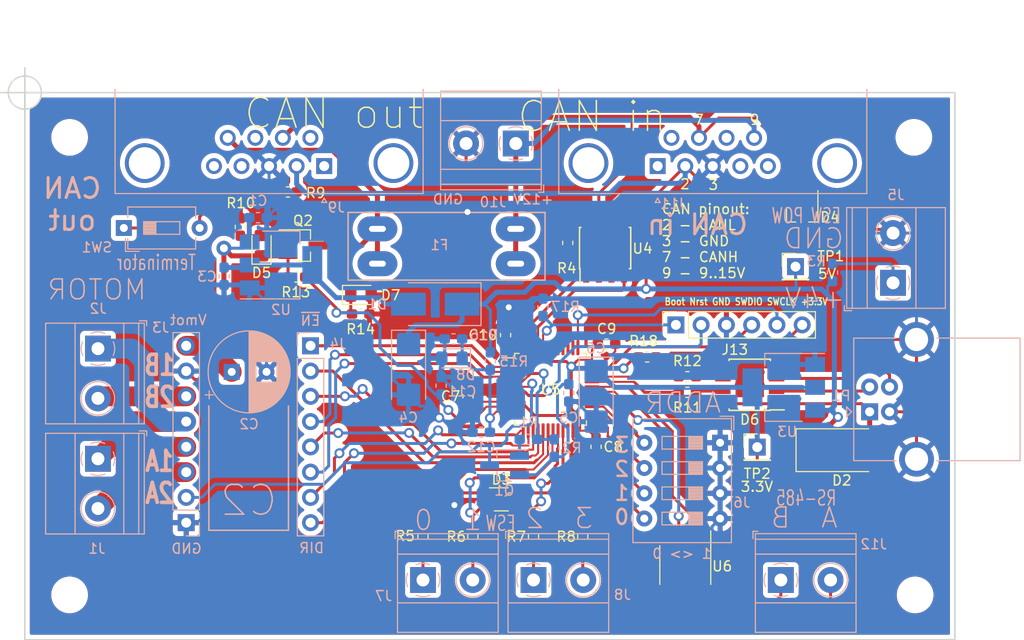
<source format=kicad_pcb>
(kicad_pcb (version 20240225) (generator "pcbnew") (generator_version "8.99")
  (layers (0 "F.Cu" signal) (31 "B.Cu" signal) (34 "B.Paste" user) (35 "F.Paste" user) (36 "B.SilkS" user "B.Silkscreen") (37 "F.SilkS" user "F.Silkscreen") (38 "B.Mask" user) (39 "F.Mask" user) (44 "Edge.Cuts" user))
  (net 0 "")
  (net 1 "/12Vin")
  (net 2 "GND")
  (net 3 "+3V3")
  (net 4 "+5V")
  (net 5 "/NRST")
  (net 6 "/BOOT0")
  (net 7 "/CAN_Tx")
  (net 8 "/CAN_Rx")
  (net 9 "/5Vusb")
  (net 10 "/brdaddr0")
  (net 11 "/brdaddr1")
  (net 12 "/brdaddr2")
  (net 13 "Net-(D4-Pad1)")
  (net 14 "Net-(D4-Pad2)")
  (net 15 "/AIN0")
  (net 16 "/AIN1")
  (net 17 "Net-(F1-Pad1)")
  (net 18 "Net-(F1-Pad2)")
  (net 19 "/brdaddr3")
  (net 20 "/SWDIO")
  (net 21 "/SWCLK")
  (net 22 "/ESW0")
  (net 23 "/ESW1")
  (net 24 "/ESW2")
  (net 25 "Net-(D5-Pad2)")
  (net 26 "Net-(D6-Pad2)")
  (net 27 "Net-(D6-Pad3)")
  (net 28 "Net-(D6-Pad6)")
  (net 29 "Net-(D6-Pad7)")
  (net 30 "Net-(J1-Pad2)")
  (net 31 "Net-(J1-Pad1)")
  (net 32 "Net-(J2-Pad1)")
  (net 33 "Net-(J2-Pad2)")
  (net 34 "/~{FAULT}")
  (net 35 "/DIR")
  (net 36 "/STEP")
  (net 37 "/~{SLEEP}")
  (net 38 "/MISO")
  (net 39 "/~{CS}")
  (net 40 "/SCK")
  (net 41 "/MOSI")
  (net 42 "/~{EN}")
  (net 43 "Net-(J5-Pad1)")
  (net 44 "Net-(J7-Pad2)")
  (net 45 "Net-(J7-Pad1)")
  (net 46 "Net-(J8-Pad1)")
  (net 47 "Net-(J8-Pad2)")
  (net 48 "Net-(J12-Pad1)")
  (net 49 "Net-(J12-Pad2)")
  (net 50 "Net-(J13-Pad6)")
  (net 51 "Net-(Q1-Pad1)")
  (net 52 "/VIO_on")
  (net 53 "Net-(R4-Pad1)")
  (net 54 "/ESW3")
  (net 55 "Net-(R9-Pad1)")
  (net 56 "Net-(R11-Pad2)")
  (net 57 "Net-(R12-Pad2)")
  (net 58 "/Tx|Rx")
  (net 59 "/Tx")
  (net 60 "/Rx")
  (net 61 "/5Vin")
  (footprint "TO_SOT_Packages_SMD:SOT-23_Handsoldering" (layer "F.Cu") (at 158.6484 74.7508 -90)
    (property "Reference" "D4")
    (property "Value" "PESD1CAN")
  )
  (footprint "Diode_SMD:D_0805_2012Metric_Pad1.15x1.40mm_HandSolder" (layer "F.Cu") (at 104.2924 77.8854 90)
    (property "Reference" "D5")
    (property "Value" "MM3Z7V5")
  )
  (footprint "MountingHole:MountingHole_3.2mm_M3" (layer "F.Cu") (at 85 67)
    (property "Reference" "P2" (hide yes))
    (property "Value" "Hole" (hide yes))
  )
  (footprint "MountingHole:MountingHole_3.2mm_M3" (layer "F.Cu") (at 85 113)
    (property "Reference" "P3" (hide yes))
    (property "Value" "Hole" (hide yes))
  )
  (footprint "MountingHole:MountingHole_3.2mm_M3" (layer "F.Cu") (at 170 113)
    (property "Reference" "P5" (hide yes))
    (property "Value" "Hole" (hide yes))
  )
  (footprint "Resistor_SMD:R_0603_1608Metric_Pad1.05x0.95mm_HandSolder" (layer "F.Cu") (at 125.5395 107.1245 -90)
    (property "Reference" "R6")
    (property "Value" "330")
  )
  (footprint "Resistor_SMD:R_0603_1608Metric_Pad1.05x0.95mm_HandSolder" (layer "F.Cu") (at 131.6355 107.1245 -90)
    (property "Reference" "R7")
    (property "Value" "330")
  )
  (footprint "Resistor_SMD:R_0603_1608Metric_Pad1.05x0.95mm_HandSolder" (layer "F.Cu") (at 136.5885 107.1245 -90)
    (property "Reference" "R8")
    (property "Value" "330")
  )
  (footprint "Resistor_SMD:R_0603_1608Metric_Pad1.05x0.95mm_HandSolder" (layer "F.Cu") (at 102.1588 76.0082 90)
    (property "Reference" "R10")
    (property "Value" "10k")
  )
  (footprint "Package_SO:SOIC-8_3.9x4.9mm_P1.27mm" (layer "F.Cu") (at 138.8364 78.1304 90)
    (property "Reference" "U4")
    (property "Value" "MCP2551-I/SN")
  )
  (footprint "Capacitor_SMD:C_0603_1608Metric_Pad1.05x0.95mm_HandSolder" (layer "F.Cu") (at 128.8288 86.8794 -90)
    (property "Reference" "C10")
    (property "Value" "0.1")
  )
  (footprint "Package_SO:SOIC-8_3.9x4.9mm_P1.27mm" (layer "F.Cu") (at 153.3728 91.8718 180)
    (property "Reference" "D6")
    (property "Value" "USB6B1")
  )
  (footprint "Diode_SMD:D_0805_2012Metric_Pad1.15x1.40mm_HandSolder" (layer "F.Cu") (at 114.291 82.8421)
    (property "Reference" "D7")
    (property "Value" "MM3Z3V9")
  )
  (footprint "Connector_PinSocket_2.54mm:PinSocket_1x06_P2.54mm_Vertical" (layer "F.Cu") (at 145.9484 85.852 90)
    (property "Reference" "J13")
    (property "Value" "Conn_01x06")
  )
  (footprint "Resistor_SMD:R_0603_1608Metric_Pad1.05x0.95mm_HandSolder" (layer "F.Cu") (at 147.1054 92.6338 180)
    (property "Reference" "R11")
    (property "Value" "22")
  )
  (footprint "Resistor_SMD:R_0603_1608Metric_Pad1.05x0.95mm_HandSolder" (layer "F.Cu") (at 114.2632 84.7598)
    (property "Reference" "R14")
    (property "Value" "56k")
  )
  (footprint "MountingHole:MountingHole_3.2mm_M3" (layer "F.Cu") (at 169.8752 67)
    (property "Reference" "P4" (hide yes))
    (property "Value" "Hole" (hide yes))
  )
  (footprint "Package_QFP:LQFP-48_7x7mm_P0.5mm" (layer "F.Cu") (at 133.35 92.329)
    (property "Reference" "U5")
    (property "Value" "STM32F072CBTx")
  )
  (footprint "Capacitor_SMD:C_0603_1608Metric_Pad1.05x0.95mm_HandSolder" (layer "F.Cu") (at 138.9774 87.7824 180)
    (property "Reference" "C9")
    (property "Value" "0.1")
  )
  (footprint "Resistor_SMD:R_0603_1608Metric_Pad1.05x0.95mm_HandSolder" (layer "F.Cu") (at 147.1054 91.059 180)
    (property "Reference" "R12")
    (property "Value" "22")
  )
  (footprint "TO_SOT_Packages_SMD:SOT-23_Handsoldering" (layer "F.Cu") (at 108.458 77.8764)
    (property "Reference" "Q2")
    (property "Value" "AO3407")
  )
  (footprint "Resistor_SMD:R_0603_1608Metric_Pad1.05x0.95mm_HandSolder" (layer "F.Cu") (at 135.0772 77.611 -90)
    (property "Reference" "R4")
    (property "Value" "15k")
  )
  (footprint "Resistor_SMD:R_0603_1608Metric_Pad1.05x0.95mm_HandSolder" (layer "F.Cu") (at 106.9454 72.4916)
    (property "Reference" "R9")
    (property "Value" "120")
  )
  (footprint "Capacitor_SMD:C_0603_1608Metric_Pad1.05x0.95mm_HandSolder" (layer "F.Cu") (at 137.922 98.1062 90)
    (property "Reference" "C8")
    (property "Value" "0.1")
  )
  (footprint "Resistor_SMD:R_0603_1608Metric_Pad1.05x0.95mm_HandSolder" (layer "F.Cu") (at 143.0668 89.0778 180)
    (property "Reference" "R18")
    (property "Value" "22")
  )
  (footprint "Connector_PinHeader_2.54mm:PinHeader_1x01_P2.54mm_Vertical" (layer "F.Cu") (at 154.1272 98.1456)
    (property "Reference" "TP2")
    (property "Value" "TestPoint")
  )
  (footprint "Resistor_SMD:R_0603_1608Metric_Pad1.05x0.95mm_HandSolder" (layer "F.Cu") (at 107.8103 81.0387)
    (property "Reference" "R13")
    (property "Value" "220k")
  )
  (footprint "TO_SOT_Packages_SMD:SOT-363_SC-70-6_Handsoldering" (layer "F.Cu") (at 128.4005 103.393)
    (property "Reference" "D3")
    (property "Value" "PESD3V3L4UG")
  )
  (footprint "Resistor_SMD:R_0603_1608Metric_Pad1.05x0.95mm_HandSolder" (layer "F.Cu") (at 120.523 107.1245 -90)
    (property "Reference" "R5")
    (property "Value" "330")
  )
  (footprint "Package_SO:SO-8_3.9x4.9mm_P1.27mm" (layer "F.Cu") (at 146.8956 109.998 -90)
    (property "Reference" "U6")
    (property "Value" "MAX3485")
  )
  (footprint "Diode_SMD:D_SMB_Handsoldering" (layer "F.Cu") (at 162.6286 98.4504)
    (property "Reference" "D2")
    (property "Value" "MBRS130L")
  )
  (footprint "Capacitor_SMD:C_0603_1608Metric_Pad1.05x0.95mm_HandSolder" (layer "F.Cu") (at 125.0516 93.0308 -90)
    (property "Reference" "C7")
    (property "Value" "0.1")
  )
  (footprint "Connector_PinHeader_2.54mm:PinHeader_1x01_P2.54mm_Vertical" (layer "F.Cu") (at 157.9753 79.9973)
    (property "Reference" "TP1")
    (property "Value" "TestPoint")
  )
  (footprint "Connectors_USB:USB_B_OST_USB-B1HSxx_Horizontal" (layer "B.Cu") (at 165.4302 94.5896)
    (property "Reference" "P1")
    (property "Value" "USB_A")
  )
  (footprint "TO_SOT_Packages_SMD:SOT-23_Handsoldering" (layer "B.Cu") (at 128.721 99.9675 180)
    (property "Reference" "Q1")
    (property "Value" "SI2305")
  )
  (footprint "Resistor_SMD:R_0603_1608Metric_Pad1.05x0.95mm_HandSolder" (layer "B.Cu") (at 131.124 97.3615)
    (property "Reference" "R1")
    (property "Value" "330")
  )
  (footprint "Button_Switch_THT:SW_DIP_SPSTx01_Slide_6.7x4.1mm_W7.62mm_P2.54mm_LowProfile" (layer "B.Cu") (at 90.4494 76.1111)
    (property "Reference" "SW1")
    (property "Value" "SW_DIP_x01")
  )
  (footprint "TO_SOT_Packages_SMD:SOT-223-3_TabPin2" (layer "B.Cu") (at 156.7938 92.1372 180)
    (property "Reference" "U3")
    (property "Value" "LM1117-3.3")
  )
  (footprint "Capacitor_THT:CP_Radial_D8.0mm_P3.50mm" (layer "B.Cu") (at 101.2952 90.5764)
    (property "Reference" "C2")
    (property "Value" "100uF")
  )
  (footprint "Capacitor_Tantalum_SMD:CP_EIA-6032-28_Kemet-C_Pad2.25x2.35mm_HandSolder" (layer "B.Cu") (at 119.0752 90.3251 -90)
    (property "Reference" "C4")
    (property "Value" "47uF, 10V")
  )
  (footprint "Capacitor_SMD:C_0603_1608Metric_Pad1.05x0.95mm_HandSolder" (layer "B.Cu") (at 135.1788 92.6833 -90)
    (property "Reference" "C5")
    (property "Value" "0.1")
  )
  (footprint "Capacitor_Tantalum_SMD:CP_EIA-6032-28_Kemet-C_Pad2.25x2.35mm_HandSolder" (layer "B.Cu") (at 137.9347 93.0302 -90)
    (property "Reference" "C6")
    (property "Value" "47uF, 10V")
  )
  (footprint "Diode_SMD:D_0805_2012Metric_Pad1.15x1.40mm_HandSolder" (layer "B.Cu") (at 123.4403 89.2175 180)
    (property "Reference" "D8")
    (property "Value" "MM3Z3V9")
  )
  (footprint "TerminalBlock_Phoenix:TerminalBlock_Phoenix_MKDS-1,5-2_1x02_P5.00mm_Horizontal" (layer "B.Cu") (at 87.8468 99.314 -90)
    (property "Reference" "J1")
    (property "Value" "A")
  )
  (footprint "TerminalBlock_Phoenix:TerminalBlock_Phoenix_MKDS-1,5-2_1x02_P5.00mm_Horizontal" (layer "B.Cu") (at 167.7797 81.6229 90)
    (property "Reference" "J5")
    (property "Value" "+/-")
  )
  (footprint "TerminalBlock_Phoenix:TerminalBlock_Phoenix_MKDS-1,5-2_1x02_P5.00mm_Horizontal" (layer "B.Cu") (at 120.523 111.5)
    (property "Reference" "J7")
    (property "Value" "0/1")
  )
  (footprint "TerminalBlock_Phoenix:TerminalBlock_Phoenix_MKDS-1,5-2_1x02_P5.00mm_Horizontal" (layer "B.Cu") (at 131.6355 111.5)
    (property "Reference" "J8")
    (property "Value" "2/3")
  )
  (footprint "Connector_Dsub:DSUB-9_Female_Horizontal_P2.77x2.84mm_EdgePinOffset4.94mm_Housed_MountingHolesOffset7.48mm" (layer "B.Cu") (at 110.5916 69.889062)
    (property "Reference" "J9")
    (property "Value" "DB9_Female")
  )
  (footprint "TerminalBlock_Phoenix:TerminalBlock_Phoenix_MKDS-1,5-2_1x02_P5.00mm_Horizontal" (layer "B.Cu") (at 129.8556 67.6156 180)
    (property "Reference" "J10")
    (property "Value" "12v")
  )
  (footprint "Connector_Dsub:DSUB-9_Male_Horizontal_P2.77x2.84mm_EdgePinOffset4.94mm_Housed_MountingHolesOffset7.48mm" (layer "B.Cu") (at 144.1196 69.889062)
    (property "Reference" "J11")
    (property "Value" "DB9_Male")
  )
  (footprint "TerminalBlock_Phoenix:TerminalBlock_Phoenix_MKDS-1,5-2_1x02_P5.00mm_Horizontal" (layer "B.Cu") (at 156.5 111.5)
    (property "Reference" "J12")
    (property "Value" "RS-485")
  )
  (footprint "Resistor_SMD:R_0603_1608Metric_Pad1.05x0.95mm_HandSolder" (layer "B.Cu") (at 127.2995 89.4875 -90)
    (property "Reference" "R15")
    (property "Value" "47k")
  )
  (footprint "TerminalBlock_Phoenix:TerminalBlock_Phoenix_MKDS-1,5-2_1x02_P5.00mm_Horizontal" (layer "B.Cu") (at 87.8468 88.2396 -90)
    (property "Reference" "J2")
    (property "Value" "B")
  )
  (footprint "Connector_PinSocket_2.54mm:PinSocket_1x08_P2.54mm_Vertical" (layer "B.Cu") (at 109.22 87.9556 180)
    (property "Reference" "J4")
    (property "Value" "Conn_01x08_Female")
  )
  (footprint "MyFootprints:FuseHolder" (layer "B.Cu") (at 122.8948 77.95)
    (property "Reference" "F1")
    (property "Value" "1A")
  )
  (footprint "Connector_PinSocket_2.54mm:PinSocket_1x08_P2.54mm_Vertical" (layer "B.Cu") (at 96.72 105.7356)
    (property "Reference" "J3")
    (property "Value" "Conn_01x08_Female")
  )
  (footprint "Capacitor_SMD:C_0603_1608Metric_Pad1.05x0.95mm_HandSolder" (layer "B.Cu") (at 126.379 96.647 180)
    (property "Reference" "C12")
    (property "Value" "0.1")
  )
  (footprint "Diode_SMD:D_SMB_Handsoldering" (layer "B.Cu") (at 121.76 83.7692 180)
    (property "Reference" "D1")
    (property "Value" "MBRS130L")
  )
  (footprint "Capacitor_SMD:C_0603_1608Metric_Pad1.05x0.95mm_HandSolder" (layer "B.Cu") (at 103.9381 75.0697)
    (property "Reference" "C1")
    (property "Value" "0.1")
  )
  (footprint "Capacitor_SMD:C_0603_1608Metric_Pad1.05x0.95mm_HandSolder" (layer "B.Cu") (at 100.5332 80.9625 -90)
    (property "Reference" "C3")
    (property "Value" "0.1")
  )
  (footprint "TO_SOT_Packages_SMD:SOT-223-3_TabPin2" (layer "B.Cu") (at 106.2478 79.8322)
    (property "Reference" "U2")
    (property "Value" "LM1117-5.0")
  )
  (footprint "Button_Switch_THT:SW_DIP_SPSTx04_Slide_9.78x12.34mm_W7.62mm_P2.54mm" (layer "B.Cu") (at 150.3934 97.7011 180)
    (property "Reference" "J6")
    (property "Value" "CONN_02X03")
  )
  (footprint "Resistor_SMD:R_0603_1608Metric_Pad1.05x0.95mm_HandSolder" (layer "B.Cu") (at 133.7135 98.2365 90)
    (property "Reference" "R2")
    (property "Value" "10k")
  )
  (footprint "Capacitor_SMD:C_0603_1608Metric_Pad1.05x0.95mm_HandSolder" (layer "B.Cu") (at 122.3465 91.964 90)
    (property "Reference" "C11")
    (property "Value" "0.1")
  )
  (footprint "Resistor_SMD:R_0603_1608Metric_Pad1.05x0.95mm_HandSolder" (layer "B.Cu") (at 161.6964 80.5802 90)
    (property "Reference" "R3")
    (property "Value" "120")
  )
  (footprint "Resistor_SMD:R_0603_1608Metric_Pad1.05x0.95mm_HandSolder" (layer "B.Cu") (at 132.588 84.0854 90)
    (property "Reference" "R17")
    (property "Value" "47k")
  )
  (footprint "Resistor_SMD:R_0603_1608Metric_Pad1.05x0.95mm_HandSolder" (layer "B.Cu") (at 123.585 87.2617 180)
    (property "Reference" "R16")
    (property "Value" "47k")
  )
  (gr_line (start 99 94) (end 99 106.5) (stroke (width 0.15)) (layer "B.SilkS"))
  (gr_line (start 107 106.5) (end 107 94) (stroke (width 0.15)) (layer "B.SilkS"))
  (gr_line (start 99 106.5) (end 107 106.5) (stroke (width 0.15)) (layer "B.SilkS"))
  (gr_line (start 80.5 117.5) (end 80.5 62.5) (stroke (width 0.15)) (layer "Edge.Cuts"))
  (gr_line (start 174 62.5) (end 80.5 62.5) (stroke (width 0.15)) (layer "Edge.Cuts"))
  (gr_line (start 80.5 117.5) (end 174 117.5) (stroke (width 0.15)) (layer "Edge.Cuts"))
  (gr_line (start 174 62.5) (end 174 117.5) (stroke (width 0.15)) (layer "Edge.Cuts"))
  (gr_text "1  0" (at 123.045 105.4895 0) (layer "B.SilkS") (effects (font (size 2 2)) (justify mirror)))
  (gr_text "RS-485" (at 159.0495 103.267 0) (layer "B.SilkS") (effects (font (size 1.5 1)) (justify mirror)))
  (gr_text "Vmot" (at 96.9465 85.36 0) (layer "B.SilkS") (effects (font (size 1 1)) (justify mirror)))
  (gr_text "CAN in" (at 148.1275 75.7715 0) (layer "B.SilkS") (effects (font (size 2 2) (thickness 0.3)) (justify mirror)))
  (gr_text "A  B" (at 158.859 105.2355 0) (layer "B.SilkS") (effects (font (size 2 2)) (justify mirror)))
  (gr_text "1 <> 0" (at 146.54 108.855 0) (layer "B.SilkS") (effects (font (size 1 1)) (justify mirror)))
  (gr_text "3\n2\n1\n0" (at 140.5075 101.5525 0) (layer "B.SilkS") (effects (font (size 1.5 1.5) (thickness 0.25)) (justify mirror)))
  (gr_text "+12V" (at 131.6175 73.2315 0) (layer "B.SilkS") (effects (font (size 1 1)) (justify mirror)))
  (gr_text "C2" (at 103 103.5 0) (layer "B.SilkS") (effects (font (size 3 3)) (justify mirror)))
  (gr_text "ESW" (at 128.3155 105.807 0) (layer "B.SilkS") (effects (font (size 1.5 1)) (justify mirror)))
  (gr_text "GND" (at 159.8115 77.1685 0) (layer "B.SilkS") (effects (font (size 2 2)) (justify mirror)))
  (gr_text "1B\n2B\n\n1A\n2A" (at 94.0255 96.3455 0) (layer "B.SilkS") (effects (font (size 2 1.5) (thickness 0.375)) (justify mirror)))
  (gr_text "3  2" (at 134.221 105.299 0) (layer "B.SilkS") (effects (font (size 2 2)) (justify mirror)))
  (gr_text "~{EN}" (at 109.202 85.4235 0) (layer "B.SilkS") (effects (font (size 1 1)) (justify mirror)))
  (gr_text "+4V" (at 159.9385 83.201 0) (layer "B.SilkS") (effects (font (size 2 2)) (justify mirror)))
  (gr_text "ESW POW" (at 159.0495 74.8825 0) (layer "B.SilkS") (effects (font (size 1.5 1)) (justify mirror)))
  (gr_text "Terminator" (at 93.708 79.5815 0) (layer "B.SilkS") (effects (font (size 1.5 1)) (justify mirror)))
  (gr_text "GND" (at 123.045 73.2315 0) (layer "B.SilkS") (effects (font (size 1 1)) (justify mirror)))
  (gr_text "GND" (at 96.756 108.347 0) (layer "B.SilkS") (effects (font (size 1 1)) (justify mirror)))
  (gr_text "CAN\nout" (at 85.2625 73.7395 0) (layer "B.SilkS") (effects (font (size 2 2) (thickness 0.3)) (justify mirror)))
  (gr_text "DIR" (at 109.329 108.2835 0) (layer "B.SilkS") (effects (font (size 1 1)) (justify mirror)))
  (gr_text "ADDR" (at 146.667 93.6785 0) (layer "B.SilkS") (effects (font (size 2 2)) (justify mirror)))
  (gr_text "MOTOR" (at 87.739 82.312 0) (layer "B.SilkS") (effects (font (size 2 2)) (justify mirror)))
  (gr_text "Boot Nrst GND SWDIO SWCLK +3.3V" (at 153.017 83.5185 0) (layer "F.SilkS") (effects (font (size 0.7 0.6) (thickness 0.125))))
  (gr_text "CAN pinout:\n2 - CANL\n3 - GND\n7 - CANH\n9 - 9..15V" (at 144.4445 77.4225 0) (layer "F.SilkS") (effects (font (size 1 1)) (justify left)))
  (gr_text "2" (at 146.8575 71.7075 0) (layer "F.SilkS") (effects (font (size 1 1))))
  (gr_text "5V" (at 161.145 80.7245 0) (layer "F.SilkS") (effects (font (size 1 1))))
  (gr_text "7" (at 148.2545 65.2305 0) (layer "F.SilkS") (effects (font (size 1 1))))
  (gr_text "3" (at 149.715 71.771 0) (layer "F.SilkS") (effects (font (size 1 1))))
  (gr_text "9" (at 153.8425 65.2305 0) (layer "F.SilkS") (effects (font (size 1 1))))
  (gr_text "3.3V" (at 154.0965 102.124 0) (layer "F.SilkS") (effects (font (size 1 1))))
  (gr_text "CAN out" (at 111.5515 64.5955 0) (layer "F.SilkS") (effects (font (size 3 3))))
  (gr_text "CAN in" (at 137.523 64.913 0) (layer "F.SilkS") (effects (font (size 3 3))))
  (target plus (at 80.5 62.5) (size 5) (width 0.15) (layer "Edge.Cuts"))
  (segment (start 104.2924 78.9104) (end 106.874 78.9104) (width 0.5) (layer "F.Cu") (net 1))
  (segment (start 104.2924 78.9104) (end 101.2751 78.9104) (width 0.5) (layer "F.Cu") (net 1))
  (segment (start 96.72 87.9556) (end 98.6744 87.9556) (width 2) (layer "F.Cu") (net 1))
  (segment (start 106.958 81.016) (end 106.9353 81.0387) (width 0.3) (layer "F.Cu") (net 1))
  (segment (start 100.5078 78.1431) (end 100.5078 86.1222) (width 0.5) (layer "F.Cu") (net 1))
  (segment (start 101.2952 90.5764) (end 98.6744 87.9556) (width 2) (layer "F.Cu") (net 1))
  (segment (start 106.958 78.8264) (end 106.958 81.016) (width 0.3) (layer "F.Cu") (net 1))
  (segment (start 101.2751 78.9104) (end 100.5078 78.1431) (width 0.5) (layer "F.Cu") (net 1))
  (segment (start 100.5078 86.1222) (end 98.6744 87.9556) (width 0.5) (layer "F.Cu") (net 1))
  (segment (start 106.874 78.9104) (end 106.958 78.8264) (width 0.3) (layer "F.Cu") (net 1))
  (via (at 100.5078 78.1431) (size 1.5) (drill 0.8) (layers "F.Cu" "B.Cu") (net 1))
  (segment (start 103.0631 77.4975) (end 103.0978 77.5322) (width 0.5) (layer "B.Cu") (net 1))
  (segment (start 103.0631 75.0697) (end 103.0631 77.4975) (width 0.5) (layer "B.Cu") (net 1))
  (segment (start 100.5078 78.1431) (end 102.4869 78.1431) (width 0.3) (layer "B.Cu") (net 1))
  (segment (start 102.4869 78.1431) (end 103.0978 77.5322) (width 0.3) (layer "B.Cu") (net 1))
  (segment (start 125.0516 92.1558) (end 122.6246 92.1558) (width 0.3) (layer "F.Cu") (net 2))
  (segment (start 151.0284 84.2599) (end 151.0284 85.852) (width 0.3) (layer "F.Cu") (net 2))
  (segment (start 101.5838 75.1332) (end 93.5 83.217) (width 0.3) (layer "F.Cu") (net 2))
  (segment (start 140.5456 108.128) (end 140.5456 105.8324) (width 0.3) (layer "F.Cu") (net 2))
  (segment (start 122.6246 92.1558) (end 122.0455 92.7349) (width 0.3) (layer "F.Cu") (net 2))
  (segment (start 129.1415 84.09) (end 118.09 84.09) (width 0.3) (layer "F.Cu") (net 2))
  (segment (start 96.72 90.4956) (end 97.569999 91.345599) (width 0.3) (layer "F.Cu") (net 2))
  (segment (start 137.2522 98.9812) (end 137.347 98.9812) (width 0.2) (layer "F.Cu") (net 2))
  (segment (start 158.6484 76.2508) (end 167.4076 76.2508) (width 0.3) (layer "F.Cu") (net 2))
  (segment (start 97.569999 91.345599) (end 97.789099 91.345599) (width 0.3) (layer "F.Cu") (net 2))
  (segment (start 122.0455 92.7349) (end 122.0455 95.0285) (width 0.3) (layer "F.Cu") (net 2))
  (segment (start 127.081 93.079) (end 126.1578 92.1558) (width 0.2) (layer "F.Cu") (net 2))
  (segment (start 167.4076 76.2508) (end 167.7797 76.6229) (width 0.3) (layer "F.Cu") (net 2))
  (segment (start 170.1402 94.3598) (end 170.1402 99.3596) (width 0.3) (layer "F.Cu") (net 2))
  (segment (start 150.3934 97.7011) (end 150.3934 100.2411) (width 0.3) (layer "F.Cu") (net 2))
  (segment (start 157.1478 89.9668) (end 159.795 87.3196) (width 0.3) (layer "F.Cu") (net 2))
  (segment (start 129.7754 86.0044) (end 129.4038 86.0044) (width 0.2) (layer "F.Cu") (net 2))
  (segment (start 138.3015 79.6553) (end 138.3015 78.486) (width 0.3) (layer "F.Cu") (net 2))
  (segment (start 146.096 83.201) (end 149.9695 83.201) (width 0.3) (layer "F.Cu") (net 2))
  (segment (start 144.9906 112.573) (end 140.5456 108.128) (width 0.3) (layer "F.Cu") (net 2))
  (segment (start 129.1415 84.797106) (end 129.425744 85.08135) (width 0.3) (layer "F.Cu") (net 2))
  (segment (start 137.347 98.9812) (end 137.922 98.9812) (width 0.2) (layer "F.Cu") (net 2))
  (segment (start 124.2525 103.393) (end 123.68 103.9655) (width 0.3) (layer "F.Cu") (net 2))
  (segment (start 150.6728 89.9668) (end 156.0728 89.9668) (width 0.3) (layer "F.Cu") (net 2))
  (segment (start 137.922 103.2088) (end 137.922 98.9812) (width 0.3) (layer "F.Cu") (net 2))
  (segment (start 131.1 87.329) (end 129.7754 86.0044) (width 0.2) (layer "F.Cu") (net 2))
  (segment (start 169.9104 94.5896) (end 170.1402 94.3598) (width 0.3) (layer "F.Cu") (net 2))
  (segment (start 115.1382 83.0199) (end 115.316 82.8421) (width 0.3) (layer "F.Cu") (net 2))
  (segment (start 153.3632 76.2508) (end 158.6484 76.2508) (width 0.3) (layer "F.Cu") (net 2))
  (segment (start 124.8556 74.3556) (end 125 74.5) (width 0.3) (layer "F.Cu") (net 2))
  (segment (start 148.9276 110.3536) (end 145.5748 110.3536) (width 0.3) (layer "F.Cu") (net 2))
  (segment (start 94.9956 90.4956) (end 96.72 90.4956) (width 0.3) (layer "F.Cu") (net 2))
  (segment (start 117.5 83.5) (end 117.5 83) (width 0.3) (layer "F.Cu") (net 2))
  (segment (start 150.3934 102.7811) (end 150.3934 105.3211) (width 0.3) (layer "F.Cu") (net 2))
  (segment (start 106.0275 85.4235) (end 110.663 85.4235) (width 0.3) (layer "F.Cu") (net 2))
  (segment (start 99.487 93.0435) (end 100.5665 93.0435) (width 0.3) (layer "F.Cu") (net 2))
  (segment (start 156.0728 89.9668) (end 157.1478 89.9668) (width 0.3) (layer "F.Cu") (net 2))
  (segment (start 138.3015 78.486) (end 145.1275 78.486) (width 0.3) (layer "F.Cu") (net 2))
  (segment (start 170.1402 87.3196) (end 170.1402 89.794473) (width 0.3) (layer "F.Cu") (net 2))
  (segment (start 145.1275 78.486) (end 146.096 79.4545) (width 0.3) (layer "F.Cu") (net 2))
  (segment (start 139.8524 88.3574) (end 139.8524 87.7824) (width 0.2) (layer "F.Cu") (net 2))
  (segment (start 150.3934 105.3211) (end 150.3934 106.45247) (width 0.3) (layer "F.Cu") (net 2))
  (segment (start 135.0772 79.756) (end 129.75185 85.08135) (width 0.3) (layer "F.Cu") (net 2))
  (segment (start 117.3421 82.8421) (end 115.316 82.8421) (width 0.3) (layer "F.Cu") (net 2))
  (segment (start 140.5456 105.8324) (end 137.922 103.2088) (width 0.3) (layer "F.Cu") (net 2))
  (segment (start 110.663 85.4235) (end 112.3775 87.138) (width 0.3) (layer "F.Cu") (net 2))
  (segment (start 150.3934 106.45247) (end 150.5024 106.56147) (width 0.3) (layer "F.Cu") (net 2))
  (segment (start 135.6 97.329) (end 137.2522 98.9812) (width 0.2) (layer "F.Cu") (net 2))
  (segment (start 93.5 89) (end 94.9956 90.4956) (width 0.3) (layer "F.Cu") (net 2))
  (segment (start 124.8556 67.6156) (end 124.8556 74.3556) (width 0.3) (layer "F.Cu") (net 2))
  (segment (start 139.8524 86.3966) (end 143.048 83.201) (width 0.3) (layer "F.Cu") (net 2))
  (segment (start 100.503 93.107) (end 100.5665 93.0435) (width 0.3) (layer "F.Cu") (net 2))
  (segment (start 138.280346 90.079) (end 139.8524 88.506946) (width 0.2) (layer "F.Cu") (net 2))
  (segment (start 114.1555 87.138) (end 115.1382 86.1553) (width 0.3) (layer "F.Cu") (net 2))
  (segment (start 135.0772 78.486) (end 138.3015 78.486) (width 0.3) (layer "F.Cu") (net 2))
  (segment (start 150.5024 106.56147) (end 150.5024 108.7788) (width 0.3) (layer "F.Cu") (net 2))
  (segment (start 96.72 105.7356) (end 97.87 105.7356) (width 0.3) (layer "F.Cu") (net 2))
  (segment (start 150.3934 100.2411) (end 150.3934 102.7811) (width 0.3) (layer "F.Cu") (net 2))
  (segment (start 100.5665 93.0435) (end 102.3281 93.0435) (width 0.3) (layer "F.Cu") (net 2))
  (segment (start 137.5125 90.079) (end 138.280346 90.079) (width 0.2) (layer "F.Cu") (net 2))
  (segment (start 112.3775 87.138) (end 114.1555 87.138) (width 0.3) (layer "F.Cu") (net 2))
  (segment (start 115.1382 84.7598) (end 115.1382 83.0199) (width 0.3) (layer "F.Cu") (net 2))
  (segment (start 129.425744 85.08135) (end 129.75185 85.08135) (width 0.3) (layer "F.Cu") (net 2))
  (segment (start 131.1 88.1665) (end 131.1 87.329) (width 0.2) (layer "F.Cu") (net 2))
  (segment (start 135.0772 78.486) (end 135.0772 79.756) (width 0.3) (layer "F.Cu") (net 2))
  (segment (start 129.75185 85.08135) (end 128.8288 86.0044) (width 0.3) (layer "F.Cu") (net 2))
  (segment (start 126.1578 92.1558) (end 125.0516 92.1558) (width 0.2) (layer "F.Cu") (net 2))
  (segment (start 149.9695 79.6445) (end 153.3632 76.2508) (width 0.3) (layer "F.Cu") (net 2))
  (segment (start 97.87 105.7356) (end 100.503 103.1026) (width 0.3) (layer "F.Cu") (net 2))
  (segment (start 129.1875 93.079) (end 127.081 93.079) (width 0.2) (layer "F.Cu") (net 2))
  (segment (start 135.6 96.4915) (end 135.6 97.329) (width 0.2) (layer "F.Cu") (net 2))
  (segment (start 104.7952 90.5764) (end 104.7952 89.44503) (width 0.3) (layer "F.Cu") (net 2))
  (segment (start 170.1402 89.794473) (end 170.1402 94.3598) (width 0.3) (layer "F.Cu") (net 2))
  (segment (start 93.5 83.217) (end 93.5 89) (width 0.3) (layer "F.Cu") (net 2))
  (segment (start 129.4038 86.0044) (end 128.8288 86.0044) (width 0.2) (layer "F.Cu") (net 2))
  (segment (start 104.7952 89.44503) (end 105.6465 88.59373) (width 0.3) (layer "F.Cu") (net 2))
  (segment (start 138.2014 80.8304) (end 138.2014 79.7554) (width 0.3) (layer "F.Cu") (net 2))
  (segment (start 139.8524 88.506946) (end 139.8524 88.3574) (width 0.2) (layer "F.Cu") (net 2))
  (segment (start 167.665327 87.3196) (end 170.1402 87.3196) (width 0.3) (layer "F.Cu") (net 2))
  (segment (start 143.048 83.201) (end 146.096 83.201) (width 0.3) (layer "F.Cu") (net 2))
  (segment (start 138.2014 79.7554) (end 138.3015 79.6553) (width 0.3) (layer "F.Cu") (net 2))
  (segment (start 146.096 79.4545) (end 146.096 83.201) (width 0.3) (layer "F.Cu") (net 2))
  (segment (start 139.8524 87.7824) (end 139.8524 86.3966) (width 0.3) (layer "F.Cu") (net 2))
  (segment (start 150.5024 108.7788) (end 148.9276 110.3536) (width 0.3) (layer "F.Cu") (net 2))
  (segment (start 127.0705 103.393) (end 124.2525 103.393) (width 0.3) (layer "F.Cu") (net 2))
  (segment (start 149.9695 83.201) (end 151.0284 84.2599) (width 0.3) (layer "F.Cu") (net 2))
  (segment (start 102.1588 75.1332) (end 101.5838 75.1332) (width 0.3) (layer "F.Cu") (net 2))
  (segment (start 159.795 87.3196) (end 167.665327 87.3196) (width 0.3) (layer "F.Cu") (net 2))
  (segment (start 118.09 84.09) (end 117.5 83.5) (width 0.3) (layer "F.Cu") (net 2))
  (segment (start 105.6465 88.59373) (end 105.6465 85.8045) (width 0.3) (layer "F.Cu") (net 2))
  (segment (start 115.1382 86.1553) (end 115.1382 84.7598) (width 0.3) (layer "F.Cu") (net 2))
  (segment (start 129.1415 84.09) (end 129.1415 84.797106) (width 0.3) (layer "F.Cu") (net 2))
  (segment (start 145.5748 110.3536) (end 144.9906 110.9378) (width 0.3) (layer "F.Cu") (net 2))
  (segment (start 149.9695 83.201) (end 149.9695 79.6445) (width 0.3) (layer "F.Cu") (net 2))
  (segment (start 144.9906 110.9378) (end 144.9906 112.573) (width 0.3) (layer "F.Cu") (net 2))
  (segment (start 117.5 83) (end 117.3421 82.8421) (width 0.3) (layer "F.Cu") (net 2))
  (segment (start 167.4302 94.5896) (end 169.9104 94.5896) (width 0.3) (layer "F.Cu") (net 2))
  (segment (start 102.3281 93.0435) (end 104.7952 90.5764) (width 0.3) (layer "F.Cu") (net 2))
  (segment (start 100.503 103.1026) (end 100.503 93.107) (width 0.3) (layer "F.Cu") (net 2))
  (segment (start 105.6465 85.8045) (end 106.0275 85.4235) (width 0.3) (layer "F.Cu") (net 2))
  (segment (start 97.789099 91.345599) (end 99.487 93.0435) (width 0.3) (layer "F.Cu") (net 2))
  (via (at 123.68 103.9655) (size 1) (drill 0.6) (layers "F.Cu" "B.Cu") (net 2))
  (via (at 125 74.5) (size 1) (drill 0.6) (layers "F.Cu" "B.Cu") (net 2))
  (via (at 129.1415 84.09) (size 1) (drill 0.6) (layers "F.Cu" "B.Cu") (net 2))
  (via (at 122.151642 95.182548) (size 1) (drill 0.6) (layers "F.Cu" "B.Cu") (net 2))
  (segment (start 100.5332 81.8375) (end 102.8031 81.8375) (width 0.5) (layer "B.Cu") (net 2))
  (segment (start 102.8031 81.8375) (end 103.0978 82.1322) (width 0.5) (layer "B.Cu") (net 2))
  (segment (start 119.0752 92.8751) (end 120.220697 94.020597) (width 0.3) (layer "B.Cu") (net 2))
  (segment (start 96 80) (end 96 75) (width 0.3) (layer "B.Cu") (net 2))
  (segment (start 123.68 103.9655) (end 123.68 104.918) (width 0.3) (layer "B.Cu") (net 2))
  (segment (start 122.4153 91.0202) (end 122.3465 91.089) (width 0.3) (layer "B.Cu") (net 2))
  (segment (start 159.9438 89.8372) (end 159.9438 88.7872) (width 0.3) (layer "B.Cu") (net 2))
  (segment (start 124.647 96.647) (end 124.489 96.489) (width 0.3) (layer "B.Cu") (net 2))
  (segment (start 122.972894 103.9655) (end 116.330794 110.6076) (width 0.3) (layer "B.Cu") (net 2))
  (segment (start 149.593401 106.121099) (end 149.593401 106.842999) (width 0.3) (layer "B.Cu") (net 2))
  (segment (start 83.9036 104.8672) (end 83.9036 86.4268) (width 0.3) (layer "B.Cu") (net 2))
  (segment (start 105.0516 74.8312) (end 104.8131 75.0697) (width 0.3) (layer "B.Cu") (net 2))
  (segment (start 123.633 96.489) (end 124.489 96.489) (width 0.3) (layer "B.Cu") (net 2))
  (segment (start 104.7952 83.5796) (end 103.3478 82.1322) (width 0.3) (layer "B.Cu") (net 2))
  (segment (start 125 74.5) (end 124.5 74) (width 0.3) (layer "B.Cu") (net 2))
  (segment (start 124.2896 96.2896) (end 124.489 96.489) (width 0.3) (layer "B.Cu") (net 2))
  (segment (start 132.588 83.2104) (end 132.013 83.2104) (width 0.3) (layer "B.Cu") (net 2))
  (segment (start 169.618177 76.6229) (end 171.5844 78.589123) (width 0.3) (layer "B.Cu") (net 2))
  (segment (start 159.9438 88.7872) (end 159.3614 88.2048) (width 0.3) (layer "B.Cu") (net 2))
  (segment (start 103.3478 82.1322) (end 103.0978 82.1322) (width 0.3) (layer "B.Cu") (net 2))
  (segment (start 98.4484 72.5516) (end 105.0516 72.5516) (width 0.3) (layer "B.Cu") (net 2))
  (segment (start 120.220697 94.020597) (end 121.037597 94.020597) (width 0.3) (layer "B.Cu") (net 2))
  (segment (start 102.28 84) (end 100 84) (width 0.3) (layer "B.Cu") (net 2))
  (segment (start 124.2896 93.0321) (end 124.2896 96.2896) (width 0.3) (layer "B.Cu") (net 2))
  (segment (start 123.68 104.918) (end 123.045 105.553) (width 0.3) (layer "B.Cu") (net 2))
  (segment (start 89.644 110.6076) (end 83.9036 104.8672) (width 0.3) (layer "B.Cu") (net 2))
  (segment (start 122.1725 95.0285) (end 123.633 96.489) (width 0.3) (layer "B.Cu") (net 2))
  (segment (start 105.0516 69.889062) (end 105.0516 72.5516) (width 0.3) (layer "B.Cu") (net 2))
  (segment (start 131.3239 83.8995) (end 129.332 83.8995) (width 0.3) (layer "B.Cu") (net 2))
  (segment (start 116.330794 110.6076) (end 89.644 110.6076) (width 0.3) (layer "B.Cu") (net 2))
  (segment (start 103.0978 82.1322) (end 103.0978 83.1822) (width 0.3) (layer "B.Cu") (net 2))
  (segment (start 137.9347 103.8311) (end 137.9347 95.5802) (width 0.3) (layer "B.Cu") (net 2))
  (segment (start 167.7797 76.6229) (end 169.618177 76.6229) (width 0.3) (layer "B.Cu") (net 2))
  (segment (start 105.8828 74) (end 104.8131 75.0697) (width 0.3) (layer "B.Cu") (net 2))
  (segment (start 159.3614 88.2048) (end 151.4168 88.2048) (width 0.3) (layer "B.Cu") (net 2))
  (segment (start 137.9347 95.5802) (end 135.9128 93.5583) (width 0.3) (layer "B.Cu") (net 2))
  (segment (start 122.71 88.9228) (end 122.4153 89.2175) (width 0.3) (layer "B.Cu") (net 2))
  (segment (start 133.6495 108.22) (end 137.9347 103.9348) (width 0.3) (layer "B.Cu") (net 2))
  (segment (start 123.045 105.553) (end 125.712 108.22) (width 0.3) (layer "B.Cu") (net 2))
  (segment (start 83.9036 86.4268) (end 90.3304 80) (width 0.3) (layer "B.Cu") (net 2))
  (segment (start 104.7952 90.5764) (end 104.7952 83.5796) (width 0.3) (layer "B.Cu") (net 2))
  (segment (start 125.712 108.22) (end 133.6495 108.22) (width 0.3) (layer "B.Cu") (net 2))
  (segment (start 125.504 96.647) (end 124.647 96.647) (width 0.3) (layer "B.Cu") (net 2))
  (segment (start 151.4168 88.2048) (end 151.0284 87.8164) (width 0.3) (layer "B.Cu") (net 2))
  (segment (start 171.5844 78.589123) (end 170.1402 80.033323) (width 0.3) (layer "B.Cu") (net 2))
  (segment (start 129.332 83.8995) (end 129.1415 84.09) (width 0.3) (layer "B.Cu") (net 2))
  (segment (start 119.0752 92.8751) (end 113.5 87.2999) (width 0.3) (layer "B.Cu") (net 2))
  (segment (start 124.5 74) (end 105.8828 74) (width 0.3) (layer "B.Cu") (net 2))
  (segment (start 112.2999 87.2999) (end 107.1322 82.1322) (width 0.3) (layer "B.Cu") (net 2))
  (segment (start 105.0516 72.5516) (end 105.0516 74.8312) (width 0.3) (layer "B.Cu") (net 2))
  (segment (start 103.0978 83.1822) (end 102.28 84) (width 0.3) (layer "B.Cu") (net 2))
  (segment (start 151.0284 87.8164) (end 151.0284 85.852) (width 0.3) (layer "B.Cu") (net 2))
  (segment (start 122.4153 89.2175) (end 122.4153 91.0202) (width 0.3) (layer "B.Cu") (net 2))
  (segment (start 137.9347 103.9348) (end 137.9347 103.8311) (width 0.3) (layer "B.Cu") (net 2))
  (segment (start 121.037597 94.020597) (end 122.0455 95.0285) (width 0.3) (layer "B.Cu") (net 2))
  (segment (start 122.71 87.2617) (end 122.71 88.9228) (width 0.3) (layer "B.Cu") (net 2))
  (segment (start 100 84) (end 96 80) (width 0.3) (layer "B.Cu") (net 2))
  (segment (start 107.1322 82.1322) (end 103.0978 82.1322) (width 0.3) (layer "B.Cu") (net 2))
  (segment (start 154.6229 74.852362) (end 149.6596 69.889062) (width 0.3) (layer "B.Cu") (net 2))
  (segment (start 135.9128 93.5583) (end 135.1788 93.5583) (width 0.3) (layer "B.Cu") (net 2))
  (segment (start 147.9624 108.474) (end 142.5776 108.474) (width 0.3) (layer "B.Cu") (net 2))
  (segment (start 122.3465 91.089) (end 124.2896 93.0321) (width 0.3) (layer "B.Cu") (net 2))
  (segment (start 96 75) (end 98.4484 72.5516) (width 0.3) (layer "B.Cu") (net 2))
  (segment (start 154.6229 76.6229) (end 154.6229 74.852362) (width 0.3) (layer "B.Cu") (net 2))
  (segment (start 150.3934 105.3211) (end 149.593401 106.121099) (width 0.3) (layer "B.Cu") (net 2))
  (segment (start 123.68 103.9655) (end 122.972894 103.9655) (width 0.3) (layer "B.Cu") (net 2))
  (segment (start 149.593401 106.842999) (end 147.9624 108.474) (width 0.3) (layer "B.Cu") (net 2))
  (segment (start 170.1402 80.033323) (end 170.1402 87.3196) (width 0.3) (layer "B.Cu") (net 2))
  (segment (start 113.5 87.2999) (end 112.2999 87.2999) (width 0.3) (layer "B.Cu") (net 2))
  (segment (start 90.3304 80) (end 96 80) (width 0.3) (layer "B.Cu") (net 2))
  (segment (start 142.5776 108.474) (end 137.9347 103.8311) (width 0.3) (layer "B.Cu") (net 2))
  (segment (start 122.0455 95.0285) (end 122.1725 95.0285) (width 0.3) (layer "B.Cu") (net 2))
  (segment (start 132.013 83.2104) (end 131.3239 83.8995) (width 0.3) (layer "B.Cu") (net 2))
  (segment (start 167.7797 76.6229) (end 154.6229 76.6229) (width 0.3) (layer "B.Cu") (net 2))
  (segment (start 136.11125 94.96325) (end 135.79475 94.64675) (width 0.2) (layer "F.Cu") (net 3))
  (segment (start 149.2006 112.573) (end 153.5266 108.247) (width 0.3) (layer "F.Cu") (net 3))
  (segment (start 130.6 89.5282) (end 134.918 89.5282) (width 0.3) (layer "F.Cu") (net 3))
  (segment (start 136.32071 96.27079) (end 136.32071 95.17271) (width 0.2) (layer "F.Cu") (net 3))
  (segment (start 141.8336 89.0778) (end 140.6906 90.2208) (width 0.3) (layer "F.Cu") (net 3))
  (segment (start 135.4328 94.2848) (end 136.11125 94.96325) (width 0.3) (layer "F.Cu") (net 3))
  (segment (start 136.1 96.4915) (end 136.32071 96.27079) (width 0.2) (layer "F.Cu") (net 3))
  (segment (start 137.5125 89.579) (end 137.5125 88.3723) (width 0.2) (layer "F.Cu") (net 3))
  (segment (start 126.2814 93.579) (end 125.9546 93.9058) (width 0.2) (layer "F.Cu") (net 3))
  (segment (start 131.75925 94.96325) (end 136.11125 94.96325) (width 0.3) (layer "F.Cu") (net 3))
  (segment (start 137.5125 88.3723) (end 138.1024 87.7824) (width 0.2) (layer "F.Cu") (net 3))
  (segment (start 136.1 96.4915) (end 137.1823 96.4915) (width 0.2) (layer "F.Cu") (net 3))
  (segment (start 137.5125 89.579) (end 137.29179 89.35829) (width 0.2) (layer "F.Cu") (net 3))
  (segment (start 135.932799 89.543001) (end 135.4328 90.043) (width 0.3) (layer "F.Cu") (net 3))
  (segment (start 135.4328 90.043) (end 135.4328 94.2848) (width 0.3) (layer "F.Cu") (net 3))
  (segment (start 154.1272 98.1456) (end 154.1272 107.6464) (width 0.3) (layer "F.Cu") (net 3))
  (segment (start 130.6 89.5282) (end 130.5492 89.579) (width 0.2) (layer "F.Cu") (net 3))
  (segment (start 142.1918 89.0778) (end 141.8336 89.0778) (width 0.3) (layer "F.Cu") (net 3))
  (segment (start 130.5492 89.579) (end 129.1875 89.579) (width 0.2) (layer "F.Cu") (net 3))
  (segment (start 129.1875 93.579) (end 130.6925 93.579) (width 0.2) (layer "F.Cu") (net 3))
  (segment (start 148.8006 112.573) (end 149.2006 112.573) (width 0.3) (layer "F.Cu") (net 3))
  (segment (start 130.6925 93.579) (end 130.6925 93.8965) (width 0.3) (layer "F.Cu") (net 3))
  (segment (start 129.1875 93.579) (end 126.2814 93.579) (width 0.2) (layer "F.Cu") (net 3))
  (segment (start 135.79475 94.64675) (end 135.4328 94.2848) (width 0.2) (layer "F.Cu") (net 3))
  (segment (start 134.918 89.5282) (end 135.4328 90.043) (width 0.3) (layer "F.Cu") (net 3))
  (segment (start 125.9546 93.9058) (end 125.0516 93.9058) (width 0.2) (layer "F.Cu") (net 3))
  (segment (start 128.8288 87.7544) (end 128.8288 89.2203) (width 0.2) (layer "F.Cu") (net 3))
  (segment (start 137.1823 96.4915) (end 137.922 97.2312) (width 0.2) (layer "F.Cu") (net 3))
  (segment (start 137.29179 89.35829) (end 136.11751 89.35829) (width 0.2) (layer "F.Cu") (net 3))
  (segment (start 130.6 88.1665) (end 130.6 89.5282) (width 0.2) (layer "F.Cu") (net 3))
  (segment (start 136.11751 89.35829) (end 135.932799 89.543001) (width 0.2) (layer "F.Cu") (net 3))
  (segment (start 136.32071 95.17271) (end 136.11125 94.96325) (width 0.2) (layer "F.Cu") (net 3))
  (segment (start 154.1272 107.6464) (end 153.5266 108.247) (width 0.3) (layer "F.Cu") (net 3))
  (segment (start 128.8288 89.2203) (end 129.1875 89.579) (width 0.2) (layer "F.Cu") (net 3))
  (segment (start 130.6925 93.8965) (end 131.75925 94.96325) (width 0.3) (layer "F.Cu") (net 3))
  (via (at 135.4328 90.043) (size 1) (drill 0.6) (layers "F.Cu" "B.Cu") (net 3))
  (via (at 140.6906 90.2208) (size 1) (drill 0.6) (layers "F.Cu" "B.Cu") (net 3))
  (segment (start 139.7816 92.1312) (end 137.8712 90.2208) (width 0.5) (layer "B.Cu") (net 3))
  (segment (start 135.1788 91.8083) (end 134.6038 91.8083) (width 0.3) (layer "B.Cu") (net 3))
  (segment (start 135.1788 90.297) (end 135.4328 90.043) (width 0.3) (layer "B.Cu") (net 3))
  (segment (start 159.9438 92.1372) (end 158.6438 92.1372) (width 0.3) (layer "B.Cu") (net 3))
  (segment (start 134.0485 92.3636) (end 134.0485 95.093) (width 0.3) (layer "B.Cu") (net 3))
  (segment (start 140.6906 90.2208) (end 137.8712 90.2208) (width 0.5) (layer "B.Cu") (net 3))
  (segment (start 154.1272 92.6206) (end 153.6438 92.1372) (width 0.3) (layer "B.Cu") (net 3))
  (segment (start 134.6038 91.8083) (end 134.0485 92.3636) (width 0.3) (layer "B.Cu") (net 3))
  (segment (start 135.1788 91.8083) (end 135.1788 90.297) (width 0.3) (layer "B.Cu") (net 3))
  (segment (start 135.1105 98.5045) (end 135.1105 96.282) (width 0.3) (layer "B.Cu") (net 3))
  (segment (start 131.9075 100.9175) (end 133.7135 99.1115) (width 0.3) (layer "B.Cu") (net 3))
  (segment (start 147.622 92.1312) (end 139.7816 92.1312) (width 0.5) (layer "B.Cu") (net 3))
  (segment (start 137.8712 90.2208) (end 135.6106 90.2208) (width 0.5) (layer "B.Cu") (net 3))
  (segment (start 133.7135 99.1115) (end 134.5035 99.1115) (width 0.3) (layer "B.Cu") (net 3))
  (segment (start 135.6106 90.2208) (end 135.4328 90.043) (width 0.5) (layer "B.Cu") (net 3))
  (segment (start 130.221 100.9175) (end 131.9075 100.9175) (width 0.3) (layer "B.Cu") (net 3))
  (segment (start 158.6438 92.1372) (end 153.6438 92.1372) (width 0.5) (layer "B.Cu") (net 3))
  (segment (start 134.0485 95.22) (end 134.0485 95.093) (width 0.3) (layer "B.Cu") (net 3))
  (segment (start 138.1941 90.2208) (end 137.9347 90.4802) (width 0.3) (layer "B.Cu") (net 3))
  (segment (start 140.6906 90.2208) (end 138.1941 90.2208) (width 0.3) (layer "B.Cu") (net 3))
  (segment (start 154.1272 98.1456) (end 154.1272 92.6206) (width 0.5) (layer "B.Cu") (net 3))
  (segment (start 149.6822 92.1312) (end 147.622 92.1312) (width 0.5) (layer "B.Cu") (net 3))
  (segment (start 135.1105 96.282) (end 134.0485 95.22) (width 0.3) (layer "B.Cu") (net 3))
  (segment (start 149.6822 92.1312) (end 153.6378 92.1312) (width 0.5) (layer "B.Cu") (net 3))
  (segment (start 134.5035 99.1115) (end 135.1105 98.5045) (width 0.3) (layer "B.Cu") (net 3))
  (segment (start 153.6378 92.1312) (end 153.6438 92.1372) (width 0.3) (layer "B.Cu") (net 3))
  (segment (start 139.4714 79.3582) (end 139.7688 79.0608) (width 0.3) (layer "F.Cu") (net 4))
  (segment (start 141.8156 79.0608) (end 142.95819 80.20339) (width 0.3) (layer "F.Cu") (net 4))
  (segment (start 139.4714 80.8304) (end 139.4714 79.3582) (width 0.3) (layer "F.Cu") (net 4))
  (segment (start 139.7688 79.0608) (end 141.8156 79.0608) (width 0.3) (layer "F.Cu") (net 4))
  (segment (start 142.95819 80.20339) (end 142.95819 82.23539) (width 0.3) (layer "F.Cu") (net 4))
  (segment (start 159.9286 97.4222) (end 162.2372 95.1136) (width 0.5) (layer "F.Cu") (net 4))
  (segment (start 159.9286 98.4504) (end 159.9286 97.4222) (width 0.5) (layer "F.Cu") (net 4))
  (via (at 162.2372 95.1136) (size 1) (drill 0.6) (layers "F.Cu" "B.Cu") (net 4))
  (via (at 142.95819 82.23539) (size 1) (drill 0.6) (layers "F.Cu" "B.Cu") (net 4))
  (segment (start 160.56899 82.23539) (end 158.02321 82.23539) (width 0.5) (layer "B.Cu") (net 4))
  (segment (start 158.02321 81.19521) (end 158.02321 82.23539) (width 0.3) (layer "B.Cu") (net 4))
  (segment (start 161.87955 83.54595) (end 161.87955 94.00145) (width 0.5) (layer "B.Cu") (net 4))
  (segment (start 159.9438 94.4372) (end 161.4438 94.4372) (width 0.5) (layer "B.Cu") (net 4))
  (segment (start 161.87955 83.54595) (end 161.02965 82.69605) (width 0.5) (layer "B.Cu") (net 4))
  (segment (start 134.43239 82.23539) (end 133.7818 81.5848) (width 0.5) (layer "B.Cu") (net 4))
  (segment (start 162.2372 95.1136) (end 161.737201 94.613601) (width 0.5) (layer "B.Cu") (net 4))
  (segment (start 119.0752 87.7751) (end 119.0752 86.5501) (width 0.5) (layer "B.Cu") (net 4))
  (segment (start 127.9038 82.5754) (end 130.7592 82.5754) (width 0.5) (layer "B.Cu") (net 4))
  (segment (start 126.71 83.7692) (end 127.363 83.1162) (width 0.5) (layer "B.Cu") (net 4))
  (segment (start 161.737201 94.207201) (end 161.7055 94.1755) (width 0.5) (layer "B.Cu") (net 4))
  (segment (start 131.7498 81.5848) (end 130.7592 82.5754) (width 0.5) (layer "B.Cu") (net 4))
  (segment (start 157.9753 79.9973) (end 157.9753 81.1473) (width 0.3) (layer "B.Cu") (net 4))
  (segment (start 161.87955 94.00145) (end 161.7055 94.1755) (width 0.5) (layer "B.Cu") (net 4))
  (segment (start 119.0752 86.5501) (end 119.7479 85.8774) (width 0.5) (layer "B.Cu") (net 4))
  (segment (start 127.2995 88.6125) (end 127.2995 84.3587) (width 0.3) (layer "B.Cu") (net 4))
  (segment (start 158.02321 82.23539) (end 142.95819 82.23539) (width 0.5) (layer "B.Cu") (net 4))
  (segment (start 161.6964 81.4552) (end 161.197328 81.954272) (width 0.3) (layer "B.Cu") (net 4))
  (segment (start 161.737201 94.613601) (end 161.737201 94.207201) (width 0.5) (layer "B.Cu") (net 4))
  (segment (start 161.197328 82.528372) (end 161.02965 82.69605) (width 0.3) (layer "B.Cu") (net 4))
  (segment (start 161.197328 81.954272) (end 161.197328 82.528372) (width 0.3) (layer "B.Cu") (net 4))
  (segment (start 133.7818 81.5848) (end 131.7498 81.5848) (width 0.5) (layer "B.Cu") (net 4))
  (segment (start 161.4438 94.4372) (end 161.7055 94.1755) (width 0.5) (layer "B.Cu") (net 4))
  (segment (start 142.95819 82.23539) (end 134.43239 82.23539) (width 0.5) (layer "B.Cu") (net 4))
  (segment (start 124.46 83.7692) (end 126.71 83.7692) (width 0.5) (layer "B.Cu") (net 4))
  (segment (start 127.363 83.1162) (end 127.9038 82.5754) (width 0.5) (layer "B.Cu") (net 4))
  (segment (start 161.02965 82.69605) (end 160.56899 82.23539) (width 0.5) (layer "B.Cu") (net 4))
  (segment (start 157.9753 81.1473) (end 158.02321 81.19521) (width 0.3) (layer "B.Cu") (net 4))
  (segment (start 124.46 85.4192) (end 124.46 83.7692) (width 0.5) (layer "B.Cu") (net 4))
  (segment (start 127.2995 84.3587) (end 126.71 83.7692) (width 0.3) (layer "B.Cu") (net 4))
  (segment (start 124.0018 85.8774) (end 124.46 85.4192) (width 0.5) (layer "B.Cu") (net 4))
  (segment (start 119.7479 85.8774) (end 124.0018 85.8774) (width 0.5) (layer "B.Cu") (net 4))
  (segment (start 131.151151 92.958151) (end 130.772 92.579) (width 0.3) (layer "F.Cu") (net 5))
  (segment (start 133.1985 92.458152) (end 132.698501 92.958151) (width 0.3) (layer "F.Cu") (net 5))
  (segment (start 130.772 92.579) (end 129.1875 92.579) (width 0.2) (layer "F.Cu") (net 5))
  (segment (start 132.698501 92.958151) (end 131.151151 92.958151) (width 0.3) (layer "F.Cu") (net 5))
  (via (at 133.1985 92.458152) (size 1) (drill 0.6) (layers "F.Cu" "B.Cu") (net 5))
  (segment (start 134.221 89.678) (end 134.221 91.435652) (width 0.3) (layer "B.Cu") (net 5))
  (segment (start 135.8626 88.0364) (end 134.221 89.678) (width 0.3) (layer "B.Cu") (net 5))
  (segment (start 148.4884 85.852) (end 148.4884 87.757) (width 0.3) (layer "B.Cu") (net 5))
  (segment (start 148.209 88.0364) (end 135.8626 88.0364) (width 0.3) (layer "B.Cu") (net 5))
  (segment (start 134.221 91.435652) (end 133.1985 92.458152) (width 0.3) (layer "B.Cu") (net 5))
  (segment (start 148.4884 87.757) (end 148.209 88.0364) (width 0.3) (layer "B.Cu") (net 5))
  (segment (start 132.6 88.1665) (end 132.6 86.8052) (width 0.2) (layer "F.Cu") (net 6))
  (segment (start 132.6 86.8052) (end 132.969 86.4362) (width 0.2) (layer "F.Cu") (net 6))
  (via (at 132.969 86.4362) (size 1) (drill 0.6) (layers "F.Cu" "B.Cu") (net 6))
  (segment (start 133.4796 85.852) (end 132.588 84.9604) (width 0.3) (layer "B.Cu") (net 6))
  (segment (start 145.9484 85.852) (end 133.4796 85.852) (width 0.3) (layer "B.Cu") (net 6))
  (segment (start 133.4796 85.9256) (end 132.969 86.4362) (width 0.3) (layer "B.Cu") (net 6))
  (segment (start 133.4796 85.852) (end 133.4796 85.9256) (width 0.3) (layer "B.Cu") (net 6))
  (segment (start 136.9314 80.8304) (end 136.3314 80.8304) (width 0.3) (layer "F.Cu") (net 7))
  (segment (start 131.6 88.1665) (end 131.6 85.5618) (width 0.2) (layer "F.Cu") (net 7))
  (segment (start 131.6 85.5618) (end 131.6949 85.4669) (width 0.2) (layer "F.Cu") (net 7))
  (segment (start 131.6949 85.4669) (end 131.550009 85.611791) (width 0.3) (layer "F.Cu") (net 7))
  (segment (start 136.3314 80.8304) (end 131.6949 85.4669) (width 0.3) (layer "F.Cu") (net 7))
  (segment (start 140.5212 82.3892) (end 140.7414 82.169) (width 0.3) (layer "F.Cu") (net 8))
  (segment (start 135.757998 82.3892) (end 135.025698 83.1215) (width 0.3) (layer "F.Cu") (net 8))
  (segment (start 140.7414 82.169) (end 140.7414 80.8304) (width 0.3) (layer "F.Cu") (net 8))
  (segment (start 140.5212 82.3892) (end 135.757998 82.3892) (width 0.3) (layer "F.Cu") (net 8))
  (segment (start 132.1 86.047198) (end 135.025698 83.1215) (width 0.3) (layer "F.Cu") (net 8))
  (segment (start 132.1 88.1665) (end 132.1 86.047198) (width 0.2) (layer "F.Cu") (net 8))
  (segment (start 164.6174 93.7768) (end 165.4302 94.5896) (width 0.3) (layer "F.Cu") (net 9))
  (segment (start 150.6728 93.7768) (end 151.7478 93.7768) (width 0.3) (layer "F.Cu") (net 9))
  (segment (start 156.0728 93.7768) (end 164.6174 93.7768) (width 0.3) (layer "F.Cu") (net 9))
  (segment (start 165.4302 98.3488) (end 165.3286 98.4504) (width 0.5) (layer "F.Cu") (net 9))
  (segment (start 165.4302 94.5896) (end 165.4302 98.3488) (width 0.5) (layer "F.Cu") (net 9))
  (segment (start 151.7478 93.7768) (end 156.0728 93.7768) (width 0.3) (layer "F.Cu") (net 9))
  (segment (start 140.825 101.997) (end 141.333 102.505) (width 0.3) (layer "F.Cu") (net 10))
  (segment (start 137.5125 95.079) (end 137.73321 95.29971) (width 0.2) (layer "F.Cu") (net 10))
  (segment (start 140.825 100.346) (end 140.825 101.997) (width 0.3) (layer "F.Cu") (net 10))
  (segment (start 141.333 102.505) (end 141.333 103.8807) (width 0.3) (layer "F.Cu") (net 10))
  (segment (start 137.73321 95.29971) (end 138.25111 95.29971) (width 0.2) (layer "F.Cu") (net 10))
  (segment (start 141.333 103.8807) (end 142.7734 105.3211) (width 0.3) (layer "F.Cu") (net 10))
  (segment (start 139.1158 97.0493) (end 139.9995 97.933) (width 0.3) (layer "F.Cu") (net 10))
  (segment (start 138.25111 95.29971) (end 139.1158 96.1644) (width 0.2) (layer "F.Cu") (net 10))
  (segment (start 139.9995 99.5205) (end 140.825 100.346) (width 0.3) (layer "F.Cu") (net 10))
  (segment (start 139.9995 97.933) (end 139.9995 99.5205) (width 0.3) (layer "F.Cu") (net 10))
  (segment (start 139.1158 96.1644) (end 139.1158 97.0493) (width 0.2) (layer "F.Cu") (net 10))
  (segment (start 139.7254 96.8334) (end 140.6345 97.7425) (width 0.3) (layer "F.Cu") (net 11))
  (segment (start 141.3754 101.3831) (end 142.7734 102.7811) (width 0.3) (layer "F.Cu") (net 11))
  (segment (start 139.7254 95.6945) (end 139.7254 96.7064) (width 0.2) (layer "F.Cu") (net 11))
  (segment (start 140.6345 99.2665) (end 141.3754 100.0074) (width 0.3) (layer "F.Cu") (net 11))
  (segment (start 137.5125 94.579) (end 138.6099 94.579) (width 0.2) (layer "F.Cu") (net 11))
  (segment (start 139.7254 96.7064) (end 139.7254 96.8334) (width 0.3) (layer "F.Cu") (net 11))
  (segment (start 138.6099 94.579) (end 139.7254 95.6945) (width 0.2) (layer "F.Cu") (net 11))
  (segment (start 140.6345 97.7425) (end 140.6345 99.2665) (width 0.3) (layer "F.Cu") (net 11))
  (segment (start 141.3754 100.0074) (end 141.3754 101.3831) (width 0.3) (layer "F.Cu") (net 11))
  (segment (start 137.5125 94.079) (end 138.675598 94.079) (width 0.2) (layer "F.Cu") (net 12))
  (segment (start 141.2484 97.3404) (end 141.2484 98.7161) (width 0.3) (layer "F.Cu") (net 12))
  (segment (start 140.248549 95.651951) (end 140.248549 96.340549) (width 0.3) (layer "F.Cu") (net 12))
  (segment (start 140.248549 96.340549) (end 141.2484 97.3404) (width 0.3) (layer "F.Cu") (net 12))
  (segment (start 138.675598 94.079) (end 140.248549 95.651951) (width 0.2) (layer "F.Cu") (net 12))
  (segment (start 141.2484 98.7161) (end 142.7734 100.2411) (width 0.3) (layer "F.Cu") (net 12))
  (segment (start 148.2746 67.049062) (end 148.2746 65.917692) (width 0.5) (layer "F.Cu") (net 13))
  (segment (start 90.4494 76.1111) (end 92.7989 76.1111) (width 0.3) (layer "F.Cu") (net 13))
  (segment (start 148.2746 65.917692) (end 147.342808 64.9859) (width 0.5) (layer "F.Cu") (net 13))
  (segment (start 158.9876 71.39) (end 158.9876 68.5636) (width 0.3) (layer "F.Cu") (net 13))
  (segment (start 141.54463 65.10333) (end 141.4272 64.9859) (width 0.3) (layer "F.Cu") (net 13))
  (segment (start 138.2014 72.65026) (end 141.54463 69.30703) (width 0.3) (layer "F.Cu") (net 13))
  (segment (start 97.3328 67.9958) (end 100.3427 64.9859) (width 0.3) (layer "F.Cu") (net 13))
  (segment (start 92.7989 76.1111) (end 97.3328 71.5772) (width 0.3) (layer "F.Cu") (net 13))
  (segment (start 147.342808 64.9859) (end 141.4272 64.9859) (width 0.5) (layer "F.Cu") (net 13))
  (segment (start 159.5984 72.0008) (end 158.9876 71.39) (width 0.3) (layer "F.Cu") (net 13))
  (segment (start 141.54463 69.30703) (end 141.54463 65.10333) (width 0.3) (layer "F.Cu") (net 13))
  (segment (start 97.3328 71.5772) (end 97.3328 67.9958) (width 0.3) (layer "F.Cu") (net 13))
  (segment (start 138.2014 75.4304) (end 138.2014 72.65026) (width 0.3) (layer "F.Cu") (net 13))
  (segment (start 150.261562 65.0621) (end 148.2746 67.049062) (width 0.3) (layer "F.Cu") (net 13))
  (segment (start 159.5984 73.2508) (end 159.5984 72.0008) (width 0.3) (layer "F.Cu") (net 13))
  (segment (start 155.4861 65.0621) (end 150.261562 65.0621) (width 0.3) (layer "F.Cu") (net 13))
  (segment (start 108.499762 64.9859) (end 106.4366 67.049062) (width 0.5) (layer "F.Cu") (net 13))
  (segment (start 100.3427 64.9859) (end 108.499762 64.9859) (width 0.3) (layer "F.Cu") (net 13))
  (segment (start 158.9876 68.5636) (end 155.4861 65.0621) (width 0.3) (layer "F.Cu") (net 13))
  (segment (start 141.4272 64.9859) (end 108.499762 64.9859) (width 0.5) (layer "F.Cu") (net 13))
  (segment (start 107.8216 72.4904) (end 107.8204 72.4916) (width 0.3) (layer "F.Cu") (net 14))
  (segment (start 150.251338 73.2508) (end 146.8896 69.889062) (width 0.3) (layer "F.Cu") (net 14))
  (segment (start 140.5097 73.3171) (end 139.4714 74.3554) (width 0.3) (layer "F.Cu") (net 14))
  (segment (start 146.8896 69.889062) (end 143.461562 73.3171) (width 0.3) (layer "F.Cu") (net 14))
  (segment (start 107.8216 69.889062) (end 107.8216 72.4904) (width 0.3) (layer "F.Cu") (net 14))
  (segment (start 157.6984 73.2508) (end 150.251338 73.2508) (width 0.3) (layer "F.Cu") (net 14))
  (segment (start 143.461562 73.3171) (end 140.5097 73.3171) (width 0.3) (layer "F.Cu") (net 14))
  (segment (start 139.4714 74.3554) (end 139.4714 75.4304) (width 0.3) (layer "F.Cu") (net 14))
  (segment (start 108.7628 72.6313) (end 107.8216 71.6901) (width 0.5) (layer "B.Cu") (net 14))
  (segment (start 139.3317 72.6313) (end 108.7628 72.6313) (width 0.5) (layer "B.Cu") (net 14))
  (segment (start 140.344268 71.618732) (end 139.3317 72.6313) (width 0.5) (layer "B.Cu") (net 14))
  (segment (start 146.2913 71.618732) (end 140.344268 71.618732) (width 0.5) (layer "B.Cu") (net 14))
  (segment (start 146.8896 71.020432) (end 146.2913 71.618732) (width 0.5) (layer "B.Cu") (net 14))
  (segment (start 146.8896 69.889062) (end 146.8896 71.020432) (width 0.5) (layer "B.Cu") (net 14))
  (segment (start 107.8216 71.6901) (end 107.8216 69.889062) (width 0.5) (layer "B.Cu") (net 14))
  (segment (start 123.8832 95.2152) (end 125.7628 95.2152) (width 0.3) (layer "F.Cu") (net 15))
  (segment (start 113.2612 84.6328) (end 113.3882 84.7598) (width 0.3) (layer "F.Cu") (net 15))
  (segment (start 126.899 94.079) (end 126.6772 94.3008) (width 0.2) (layer "F.Cu") (net 15))
  (segment (start 111.8235 84.1769) (end 111.8235 84.6328) (width 0.3) (layer "F.Cu") (net 15))
  (segment (start 111.8235 84.6328) (end 113.2612 84.6328) (width 0.3) (layer "F.Cu") (net 15))
  (segment (start 108.6853 81.0387) (end 111.8235 84.1769) (width 0.3) (layer "F.Cu") (net 15))
  (segment (start 113.266 84.6376) (end 113.3882 84.7598) (width 0.3) (layer "F.Cu") (net 15))
  (segment (start 125.7628 95.2152) (end 126.6772 94.3008) (width 0.3) (layer "F.Cu") (net 15))
  (segment (start 113.266 82.8421) (end 113.266 84.6376) (width 0.3) (layer "F.Cu") (net 15))
  (segment (start 129.1875 94.079) (end 126.899 94.079) (width 0.2) (layer "F.Cu") (net 15))
  (segment (start 123.0704 94.4024) (end 123.8832 95.2152) (width 0.3) (layer "F.Cu") (net 15))
  (via (at 111.8235 84.6328) (size 1) (drill 0.6) (layers "F.Cu" "B.Cu") (net 15))
  (via (at 123.0704 94.4024) (size 1) (drill 0.6) (layers "F.Cu" "B.Cu") (net 15))
  (segment (start 122.3465 93.6785) (end 123.0704 94.4024) (width 0.3) (layer "B.Cu") (net 15))
  (segment (start 122.3465 92.839) (end 122.3465 93.6785) (width 0.3) (layer "B.Cu") (net 15))
  (segment (start 117.9957 89.9287) (end 116.19865 88.13165) (width 0.3) (layer "B.Cu") (net 15))
  (segment (start 122.3465 92.839) (end 121.7715 92.839) (width 0.3) (layer "B.Cu") (net 15))
  (segment (start 120.91995 91.98745) (end 120.91995 91.48995) (width 0.3) (layer "B.Cu") (net 15))
  (segment (start 119.3587 89.9287) (end 117.9957 89.9287) (width 0.3) (layer "B.Cu") (net 15))
  (segment (start 114.9731 84.6328) (end 111.8235 84.6328) (width 0.3) (layer "B.Cu") (net 15))
  (segment (start 121.7715 92.839) (end 120.91995 91.98745) (width 0.3) (layer "B.Cu") (net 15))
  (segment (start 120.91995 91.48995) (end 119.3587 89.9287) (width 0.3) (layer "B.Cu") (net 15))
  (segment (start 116.19865 85.85835) (end 114.9731 84.6328) (width 0.3) (layer "B.Cu") (net 15))
  (segment (start 116.19865 88.13165) (end 116.19865 85.85835) (width 0.3) (layer "B.Cu") (net 15))
  (segment (start 129.1875 94.579) (end 127.8996 94.579) (width 0.2) (layer "F.Cu") (net 16))
  (segment (start 127.8996 94.579) (end 127.254 95.2246) (width 0.2) (layer "F.Cu") (net 16))
  (via (at 127.254 95.2246) (size 1) (drill 0.6) (layers "F.Cu" "B.Cu") (net 16))
  (segment (start 125.6103 90.3625) (end 124.4653 89.2175) (width 0.3) (layer "B.Cu") (net 16))
  (segment (start 124.4653 87.267) (end 124.46 87.2617) (width 0.3) (layer "B.Cu") (net 16))
  (segment (start 124.4653 89.2175) (end 124.4653 87.267) (width 0.3) (layer "B.Cu") (net 16))
  (segment (start 127.254 95.2246) (end 127.254 96.647) (width 0.3) (layer "B.Cu") (net 16))
  (segment (start 127.254 95.2246) (end 127.254 90.408) (width 0.3) (layer "B.Cu") (net 16))
  (segment (start 127.4572 95.0214) (end 127.254 95.2246) (width 0.3) (layer "B.Cu") (net 16))
  (segment (start 127.2995 90.3625) (end 125.6103 90.3625) (width 0.3) (layer "B.Cu") (net 16))
  (segment (start 127.254 90.408) (end 127.2995 90.3625) (width 0.3) (layer "B.Cu") (net 16))
  (segment (start 129.8556 76.1892) (end 129.8448 76.2) (width 0.5) (layer "F.Cu") (net 17))
  (segment (start 129.8556 67.6156) (end 129.8556 76.1892) (width 0.5) (layer "F.Cu") (net 17))
  (segment (start 129.8448 76.2) (end 129.8448 79.7) (width 0.5) (layer "F.Cu") (net 17))
  (segment (start 153.8146 65.917692) (end 153.187608 65.2907) (width 0.5) (layer "B.Cu") (net 17))
  (segment (start 133.9805 65.2907) (end 131.6556 67.6156) (width 0.5) (layer "B.Cu") (net 17))
  (segment (start 153.8146 67.049062) (end 153.8146 65.917692) (width 0.5) (layer "B.Cu") (net 17))
  (segment (start 153.187608 65.2907) (end 133.9805 65.2907) (width 0.5) (layer "B.Cu") (net 17))
  (segment (start 131.6556 67.6156) (end 129.8556 67.6156) (width 0.5) (layer "B.Cu") (net 17))
  (segment (start 114.2684 77.8764) (end 115.9448 76.2) (width 0.5) (layer "F.Cu") (net 18))
  (segment (start 102.042963 68.299063) (end 102.042963 68.195425) (width 0.5) (layer "F.Cu") (net 18))
  (segment (start 115.9448 72.83226) (end 111.411603 68.299063) (width 0.5) (layer "F.Cu") (net 18))
  (segment (start 111.411603 68.299063) (end 102.042963 68.299063) (width 0.5) (layer "F.Cu") (net 18))
  (segment (start 102.042963 68.195425) (end 100.8966 67.049062) (width 0.5) (layer "F.Cu") (net 18))
  (segment (start 109.958 77.8764) (end 114.2684 77.8764) (width 0.5) (layer "F.Cu") (net 18))
  (segment (start 115.9448 76.2) (end 115.9448 72.83226) (width 0.5) (layer "F.Cu") (net 18))
  (segment (start 115.9448 76.2) (end 115.9448 79.7) (width 0.5) (layer "F.Cu") (net 18))
  (segment (start 141.973401 96.672501) (end 140.7277 95.4268) (width 0.3) (layer "F.Cu") (net 19))
  (segment (start 141.973401 96.901101) (end 141.973401 96.672501) (width 0.3) (layer "F.Cu") (net 19))
  (segment (start 137.5125 93.579) (end 138.8799 93.579) (width 0.2) (layer "F.Cu") (net 19))
  (segment (start 142.7734 97.7011) (end 141.973401 96.901101) (width 0.3) (layer "F.Cu") (net 19))
  (segment (start 138.8799 93.579) (end 140.7277 95.4268) (width 0.2) (layer "F.Cu") (net 19))
  (segment (start 139.6492 89.662) (end 139.8778 89.662) (width 0.3) (layer "F.Cu") (net 20))
  (segment (start 151.3586 88.0618) (end 153.5684 85.852) (width 0.3) (layer "F.Cu") (net 20))
  (segment (start 138.7322 90.579) (end 139.6492 89.662) (width 0.2) (layer "F.Cu") (net 20))
  (segment (start 139.8778 89.662) (end 141.478 88.0618) (width 0.3) (layer "F.Cu") (net 20))
  (segment (start 141.478 88.0618) (end 151.3586 88.0618) (width 0.3) (layer "F.Cu") (net 20))
  (segment (start 137.5125 90.579) (end 138.7322 90.579) (width 0.2) (layer "F.Cu") (net 20))
  (segment (start 136.1 84.8682) (end 136.0932 84.8614) (width 0.2) (layer "F.Cu") (net 21))
  (segment (start 136.1 88.1665) (end 136.1 84.8682) (width 0.2) (layer "F.Cu") (net 21))
  (via (at 136.0932 84.8614) (size 1) (drill 0.6) (layers "F.Cu" "B.Cu") (net 21))
  (segment (start 136.800306 84.8614) (end 136.809706 84.852) (width 0.3) (layer "B.Cu") (net 21))
  (segment (start 144.43485 84.20735) (end 155.66583 84.20735) (width 0.3) (layer "B.Cu") (net 21))
  (segment (start 156.1084 84.649919) (end 156.1084 85.852) (width 0.3) (layer "B.Cu") (net 21))
  (segment (start 143.7902 84.852) (end 144.43485 84.20735) (width 0.3) (layer "B.Cu") (net 21))
  (segment (start 136.809706 84.852) (end 143.7902 84.852) (width 0.3) (layer "B.Cu") (net 21))
  (segment (start 136.0932 84.8614) (end 136.800306 84.8614) (width 0.3) (layer "B.Cu") (net 21))
  (segment (start 155.66583 84.20735) (end 156.1084 84.649919) (width 0.3) (layer "B.Cu") (net 21))
  (segment (start 125.095 100.3935) (end 130.81 100.3935) (width 0.3) (layer "F.Cu") (net 22))
  (segment (start 130.81 100.3935) (end 131.6355 100.3935) (width 0.2) (layer "F.Cu") (net 22))
  (segment (start 133.1 97.329) (end 133.1 96.4915) (width 0.2) (layer "F.Cu") (net 22))
  (segment (start 120.523 106.2495) (end 120.523 104.902) (width 0.3) (layer "F.Cu") (net 22))
  (segment (start 133.09049 97.33851) (end 133.1 97.329) (width 0.2) (layer "F.Cu") (net 22))
  (segment (start 131.6355 100.3935) (end 133.09049 98.93851) (width 0.2) (layer "F.Cu") (net 22))
  (segment (start 124.079 101.4095) (end 125.095 100.3935) (width 0.3) (layer "F.Cu") (net 22))
  (segment (start 122.682 102.743) (end 124.079 102.743) (width 0.3) (layer "F.Cu") (net 22))
  (segment (start 124.079 102.743) (end 124.079 101.4095) (width 0.3) (layer "F.Cu") (net 22))
  (segment (start 120.523 104.902) (end 122.682 102.743) (width 0.3) (layer "F.Cu") (net 22))
  (segment (start 124.079 102.743) (end 127.0705 102.743) (width 0.3) (layer "F.Cu") (net 22))
  (segment (start 133.09049 98.93851) (end 133.09049 97.33851) (width 0.2) (layer "F.Cu") (net 22))
  (segment (start 133.540499 97.388501) (end 133.540499 99.0445) (width 0.2) (layer "F.Cu") (net 23))
  (segment (start 125.5395 106.2495) (end 125.5395 105.024) (width 0.3) (layer "F.Cu") (net 23))
  (segment (start 125.721999 101.227001) (end 130.672999 101.227001) (width 0.3) (layer "F.Cu") (net 23))
  (segment (start 133.540499 99.124911) (end 133.540499 99.0445) (width 0.3) (layer "F.Cu") (net 23))
  (segment (start 125.5395 105.024) (end 125.5395 104.9995) (width 0.3) (layer "F.Cu") (net 23))
  (segment (start 133.6 97.329) (end 133.540499 97.388501) (width 0.2) (layer "F.Cu") (net 23))
  (segment (start 130.672999 101.227001) (end 131.702997 101.227001) (width 0.3) (layer "F.Cu") (net 23))
  (segment (start 125.222 101.727) (end 125.721999 101.227001) (width 0.3) (layer "F.Cu") (net 23))
  (segment (start 131.702997 101.227001) (end 133.540499 99.389499) (width 0.3) (layer "F.Cu") (net 23))
  (segment (start 133.540499 99.389499) (end 133.540499 99.124911) (width 0.3) (layer "F.Cu") (net 23))
  (segment (start 125.5395 105.024) (end 126.5205 104.043) (width 0.3) (layer "F.Cu") (net 23))
  (segment (start 126.5205 104.043) (end 127.0705 104.043) (width 0.3) (layer "F.Cu") (net 23))
  (segment (start 125.5395 104.9995) (end 125.2675 104.7275) (width 0.3) (layer "F.Cu") (net 23))
  (segment (start 133.6 96.4915) (end 133.6 97.329) (width 0.2) (layer "F.Cu") (net 23))
  (via (at 125.2675 104.7275) (size 1) (drill 0.6) (layers "F.Cu" "B.Cu") (net 23))
  (via (at 125.222 101.727) (size 1) (drill 0.6) (layers "F.Cu" "B.Cu") (net 23))
  (segment (start 125.2675 104.7275) (end 125.2675 101.7725) (width 0.3) (layer "B.Cu") (net 23))
  (segment (start 125.2675 101.7725) (end 125.222 101.727) (width 0.3) (layer "B.Cu") (net 23))
  (segment (start 134.1 98.2465) (end 134.0485 98.298) (width 0.2) (layer "F.Cu") (net 24))
  (segment (start 134.1 96.4915) (end 134.1 98.2465) (width 0.2) (layer "F.Cu") (net 24))
  (segment (start 131.6355 104.648) (end 131.6355 104.355) (width 0.3) (layer "F.Cu") (net 24))
  (segment (start 131.6355 104.648) (end 131.0305 104.043) (width 0.3) (layer "F.Cu") (net 24))
  (segment (start 132.3975 101.7905) (end 133.104606 101.7905) (width 0.3) (layer "F.Cu") (net 24))
  (segment (start 131.6355 106.2495) (end 131.6355 104.648) (width 0.3) (layer "F.Cu") (net 24))
  (segment (start 133.803106 100.067394) (end 134.0485 99.822) (width 0.3) (layer "F.Cu") (net 24))
  (segment (start 134.0485 99.822) (end 134.0485 98.298) (width 0.3) (layer "F.Cu") (net 24))
  (segment (start 133.104606 101.7905) (end 133.803106 101.092) (width 0.3) (layer "F.Cu") (net 24))
  (segment (start 131.6355 104.355) (end 132.3975 103.593) (width 0.3) (layer "F.Cu") (net 24))
  (segment (start 131.0305 104.043) (end 129.7305 104.043) (width 0.3) (layer "F.Cu") (net 24))
  (segment (start 133.803106 101.092) (end 133.803106 100.067394) (width 0.3) (layer "F.Cu") (net 24))
  (via (at 132.3975 103.593) (size 1) (drill 0.6) (layers "F.Cu" "B.Cu") (net 24))
  (via (at 132.3975 101.7905) (size 1) (drill 0.6) (layers "F.Cu" "B.Cu") (net 24))
  (segment (start 132.3975 102.885894) (end 132.3975 101.7905) (width 0.3) (layer "B.Cu") (net 24))
  (segment (start 132.3975 103.593) (end 132.3975 102.885894) (width 0.3) (layer "B.Cu") (net 24))
  (segment (start 104.2696 76.8832) (end 104.2924 76.8604) (width 0.3) (layer "F.Cu") (net 25))
  (segment (start 102.1588 76.8832) (end 104.2696 76.8832) (width 0.3) (layer "F.Cu") (net 25))
  (segment (start 106.892 76.8604) (end 106.958 76.9264) (width 0.3) (layer "F.Cu") (net 25))
  (segment (start 104.2924 76.8604) (end 106.892 76.8604) (width 0.3) (layer "F.Cu") (net 25))
  (segment (start 156.0728 92.5068) (end 165.013 92.5068) (width 0.3) (layer "F.Cu") (net 26))
  (segment (start 165.013 92.5068) (end 165.4302 92.0896) (width 0.3) (layer "F.Cu") (net 26))
  (segment (start 156.0728 91.2368) (end 162.9156 91.2368) (width 0.3) (layer "F.Cu") (net 27))
  (segment (start 167.4302 90.887519) (end 166.941281 90.3986) (width 0.3) (layer "F.Cu") (net 27))
  (segment (start 166.941281 90.3986) (end 163.7538 90.3986) (width 0.3) (layer "F.Cu") (net 27))
  (segment (start 167.4302 92.0896) (end 167.4302 90.887519) (width 0.3) (layer "F.Cu") (net 27))
  (segment (start 162.9156 91.2368) (end 163.7538 90.3986) (width 0.3) (layer "F.Cu") (net 27))
  (segment (start 150.6728 91.2368) (end 148.1582 91.2368) (width 0.3) (layer "F.Cu") (net 28))
  (segment (start 148.1582 91.2368) (end 147.9804 91.059) (width 0.3) (layer "F.Cu") (net 28))
  (segment (start 150.6728 92.5068) (end 148.1074 92.5068) (width 0.3) (layer "F.Cu") (net 29))
  (segment (start 148.1074 92.5068) (end 147.9804 92.6338) (width 0.3) (layer "F.Cu") (net 29))
  (segment (start 90.985999 103.014001) (end 93.3444 100.6556) (width 2) (layer "F.Cu") (net 30))
  (segment (start 93.3444 100.6556) (end 96.72 100.6556) (width 2) (layer "F.Cu") (net 30))
  (segment (start 87.8468 104.314) (end 89.146799 103.014001) (width 2) (layer "F.Cu") (net 30))
  (segment (start 89.146799 103.014001) (end 90.985999 103.014001) (width 2) (layer "F.Cu") (net 30))
  (segment (start 96.72 98.1156) (end 89.0452 98.1156) (width 2) (layer "F.Cu") (net 31))
  (segment (start 89.0452 98.1156) (end 87.8468 99.314) (width 2) (layer "F.Cu") (net 31))
  (segment (start 92.5 89.5) (end 92.5 93.5) (width 2) (layer "B.Cu") (net 32))
  (segment (start 92.5 93.5) (end 94.5756 95.5756) (width 2) (layer "B.Cu") (net 32))
  (segment (start 94.5756 95.5756) (end 96.72 95.5756) (width 2) (layer "B.Cu") (net 32))
  (segment (start 91.2396 88.2396) (end 92.5 89.5) (width 2) (layer "B.Cu") (net 32))
  (segment (start 87.8468 88.2396) (end 91.2396 88.2396) (width 2) (layer "B.Cu") (net 32))
  (segment (start 96.72 93.0356) (end 88.0508 93.0356) (width 2) (layer "F.Cu") (net 33))
  (segment (start 88.0508 93.0356) (end 87.8468 93.2396) (width 2) (layer "F.Cu") (net 33))
  (segment (start 129.1875 92.079) (end 131.187 92.079) (width 0.2) (layer "F.Cu") (net 34))
  (segment (start 131.187 92.079) (end 131.5085 91.7575) (width 0.2) (layer "F.Cu") (net 34))
  (via (at 131.5085 91.7575) (size 1) (drill 0.6) (layers "F.Cu" "B.Cu") (net 34))
  (segment (start 127.173 97.9965) (end 128.3795 97.9965) (width 0.3) (layer "B.Cu") (net 34))
  (segment (start 98.2884 103.1956) (end 99.605499 101.878501) (width 0.3) (layer "B.Cu") (net 34))
  (segment (start 122.171999 98.615501) (end 125.410499 98.615501) (width 0.3) (layer "B.Cu") (net 34))
  (segment (start 129.522 96.028) (end 131.1095 96.028) (width 0.3) (layer "B.Cu") (net 34))
  (segment (start 126.0295 97.9965) (end 127.173 97.9965) (width 0.3) (layer "B.Cu") (net 34))
  (segment (start 131.5085 92.464606) (end 131.427 92.546106) (width 0.3) (layer "B.Cu") (net 34))
  (segment (start 121.0765 99.711) (end 122.171999 98.615501) (width 0.3) (layer "B.Cu") (net 34))
  (segment (start 112.6945 99.711) (end 121.0765 99.711) (width 0.3) (layer "B.Cu") (net 34))
  (segment (start 128.951 96.981) (end 128.951 96.599) (width 0.3) (layer "B.Cu") (net 34))
  (segment (start 128.951 96.599) (end 129.522 96.028) (width 0.3) (layer "B.Cu") (net 34))
  (segment (start 131.427 92.546106) (end 131.427 95.7105) (width 0.3) (layer "B.Cu") (net 34))
  (segment (start 127.221 99.9675) (end 127.221 98.0445) (width 0.3) (layer "B.Cu") (net 34))
  (segment (start 99.605499 101.878501) (end 110.526999 101.878501) (width 0.3) (layer "B.Cu") (net 34))
  (segment (start 131.5085 91.7575) (end 131.5085 92.464606) (width 0.3) (layer "B.Cu") (net 34))
  (segment (start 125.410499 98.615501) (end 126.0295 97.9965) (width 0.3) (layer "B.Cu") (net 34))
  (segment (start 128.3795 97.9965) (end 128.951 97.425) (width 0.3) (layer "B.Cu") (net 34))
  (segment (start 110.526999 101.878501) (end 112.6945 99.711) (width 0.3) (layer "B.Cu") (net 34))
  (segment (start 96.72 103.1956) (end 98.2884 103.1956) (width 0.3) (layer "B.Cu") (net 34))
  (segment (start 127.221 98.0445) (end 127.173 97.9965) (width 0.3) (layer "B.Cu") (net 34))
  (segment (start 131.1095 96.028) (end 131.427 95.7105) (width 0.3) (layer "B.Cu") (net 34))
  (segment (start 128.951 96.981) (end 128.951 97.425) (width 0.3) (layer "B.Cu") (net 34))
  (segment (start 131.427 95.7105) (end 131.427 95.647) (width 0.3) (layer "B.Cu") (net 34))
  (segment (start 123.3805 97.7655) (end 129.325 97.7655) (width 0.3) (layer "F.Cu") (net 35))
  (segment (start 112.631 101.235) (end 110.7895 103.0765) (width 0.3) (layer "F.Cu") (net 35))
  (segment (start 131.1 96.4915) (end 131.1 97.329) (width 0.2) (layer "F.Cu") (net 35))
  (segment (start 110.7895 105.368181) (end 110.422081 105.7356) (width 0.3) (layer "F.Cu") (net 35))
  (segment (start 113.5835 98.7585) (end 112.631 99.711) (width 0.3) (layer "F.Cu") (net 35))
  (segment (start 131.1 97.329) (end 131.1275 97.3565) (width 0.2) (layer "F.Cu") (net 35))
  (segment (start 131.1275 97.3565) (end 131.1275 97.9805) (width 0.2) (layer "F.Cu") (net 35))
  (segment (start 129.325 97.7655) (end 129.413 97.8535) (width 0.3) (layer "F.Cu") (net 35))
  (segment (start 112.631 99.711) (end 112.631 101.235) (width 0.3) (layer "F.Cu") (net 35))
  (segment (start 110.7895 103.0765) (end 110.7895 105.368181) (width 0.3) (layer "F.Cu") (net 35))
  (segment (start 110.422081 105.7356) (end 109.22 105.7356) (width 0.3) (layer "F.Cu") (net 35))
  (segment (start 129.54 97.9805) (end 129.413 97.8535) (width 0.2) (layer "F.Cu") (net 35))
  (segment (start 131.1275 97.9805) (end 129.54 97.9805) (width 0.2) (layer "F.Cu") (net 35))
  (via (at 113.5835 98.7585) (size 1) (drill 0.6) (layers "F.Cu" "B.Cu") (net 35))
  (via (at 123.3805 97.7655) (size 1) (drill 0.6) (layers "F.Cu" "B.Cu") (net 35))
  (segment (start 120.632 98.7585) (end 121.625 97.7655) (width 0.3) (layer "B.Cu") (net 35))
  (segment (start 121.625 97.7655) (end 123.3805 97.7655) (width 0.3) (layer "B.Cu") (net 35))
  (segment (start 113.5835 98.7585) (end 120.632 98.7585) (width 0.3) (layer "B.Cu") (net 35))
  (segment (start 129.667 96.901) (end 122.4915 96.901) (width 0.3) (layer "F.Cu") (net 36))
  (segment (start 122.4915 96.901) (end 122.047 96.4565) (width 0.3) (layer "F.Cu") (net 36))
  (segment (start 110.069999 102.345601) (end 109.22 103.1956) (width 0.3) (layer "F.Cu") (net 36))
  (segment (start 129.9405 96.901) (end 129.667 96.901) (width 0.2) (layer "F.Cu") (net 36))
  (segment (start 111.623001 100.792599) (end 110.069999 102.345601) (width 0.3) (layer "F.Cu") (net 36))
  (segment (start 112.123 98.7585) (end 111.623001 99.258499) (width 0.3) (layer "F.Cu") (net 36))
  (segment (start 130.6 96.4915) (end 130.35 96.4915) (width 0.2) (layer "F.Cu") (net 36))
  (segment (start 130.35 96.4915) (end 129.9405 96.901) (width 0.2) (layer "F.Cu") (net 36))
  (segment (start 111.623001 99.258499) (end 111.623001 100.792599) (width 0.3) (layer "F.Cu") (net 36))
  (via (at 112.123 98.7585) (size 1) (drill 0.6) (layers "F.Cu" "B.Cu") (net 36))
  (via (at 122.047 96.4565) (size 1) (drill 0.6) (layers "F.Cu" "B.Cu") (net 36))
  (segment (start 113.10625 97.77525) (end 112.123 98.7585) (width 0.3) (layer "B.Cu") (net 36))
  (segment (start 122.047 96.4565) (end 120.72825 97.77525) (width 0.3) (layer "B.Cu") (net 36))
  (segment (start 120.72825 97.77525) (end 113.10625 97.77525) (width 0.3) (layer "B.Cu") (net 36))
  (segment (start 129.1875 91.079) (end 128.35 91.079) (width 0.2) (layer "F.Cu") (net 37))
  (segment (start 128.33 91.059) (end 127.381 91.059) (width 0.2) (layer "F.Cu") (net 37))
  (segment (start 128.35 91.079) (end 128.33 91.059) (width 0.2) (layer "F.Cu") (net 37))
  (segment (start 125.204 89.7415) (end 126.5715 91.109) (width 0.3) (layer "F.Cu") (net 37))
  (segment (start 112.631 89.7415) (end 125.204 89.7415) (width 0.3) (layer "F.Cu") (net 37))
  (segment (start 126.5715 91.109) (end 127.381 91.109) (width 0.3) (layer "F.Cu") (net 37))
  (via (at 112.631 89.7415) (size 1) (drill 0.6) (layers "F.Cu" "B.Cu") (net 37))
  (segment (start 111.742 90.6305) (end 112.631 89.7415) (width 0.3) (layer "B.Cu") (net 37))
  (segment (start 111.742 95.2025) (end 111.742 90.6305) (width 0.3) (layer "B.Cu") (net 37))
  (segment (start 111.0435 95.901) (end 111.742 95.2025) (width 0.3) (layer "B.Cu") (net 37))
  (segment (start 109.22 100.6556) (end 110.422081 100.6556) (width 0.3) (layer "B.Cu") (net 37))
  (segment (start 110.422081 100.6556) (end 110.599 100.478681) (width 0.3) (layer "B.Cu") (net 37))
  (segment (start 110.599 100.473) (end 111.0435 100.0285) (width 0.3) (layer "B.Cu") (net 37))
  (segment (start 110.599 100.478681) (end 110.599 100.473) (width 0.3) (layer "B.Cu") (net 37))
  (segment (start 111.0435 100.0285) (end 111.0435 95.901) (width 0.3) (layer "B.Cu") (net 37))
  (segment (start 121.539 99.1235) (end 122.68 99.1235) (width 0.3) (layer "F.Cu") (net 38))
  (segment (start 131.832214 98.990286) (end 132.1 98.7225) (width 0.2) (layer "F.Cu") (net 38))
  (segment (start 122.68 99.1235) (end 131.318 99.1235) (width 0.3) (layer "F.Cu") (net 38))
  (segment (start 110.6091 96.7265) (end 109.22 98.1156) (width 0.3) (layer "F.Cu") (net 38))
  (segment (start 132.1 96.4915) (end 132.1 98.7225) (width 0.2) (layer "F.Cu") (net 38))
  (segment (start 119.126 96.7105) (end 121.539 99.1235) (width 0.3) (layer "F.Cu") (net 38))
  (segment (start 131.318 99.1235) (end 131.451214 98.990286) (width 0.2) (layer "F.Cu") (net 38))
  (segment (start 131.451214 98.990286) (end 131.832214 98.990286) (width 0.2) (layer "F.Cu") (net 38))
  (segment (start 111.996 96.7265) (end 110.6091 96.7265) (width 0.3) (layer "F.Cu") (net 38))
  (via (at 111.996 96.7265) (size 1) (drill 0.6) (layers "F.Cu" "B.Cu") (net 38))
  (via (at 119.126 96.7105) (size 1) (drill 0.6) (layers "F.Cu" "B.Cu") (net 38))
  (segment (start 116.2665 96.7105) (end 119.126 96.7105) (width 0.3) (layer "B.Cu") (net 38))
  (segment (start 111.996 96.7265) (end 116.2665 96.7105) (width 0.3) (layer "B.Cu") (net 38))
  (segment (start 125.2675 88.8525) (end 127.02399 90.60899) (width 0.3) (layer "F.Cu") (net 39))
  (segment (start 127.02399 90.60899) (end 127.37901 90.60899) (width 0.3) (layer "F.Cu") (net 39))
  (segment (start 129.1875 90.579) (end 127.409 90.579) (width 0.2) (layer "F.Cu") (net 39))
  (segment (start 127.37901 90.60899) (end 127.409 90.579) (width 0.3) (layer "F.Cu") (net 39))
  (segment (start 111.6785 88.8525) (end 125.2675 88.8525) (width 0.3) (layer "F.Cu") (net 39))
  (via (at 111.6785 88.8525) (size 1) (drill 0.6) (layers "F.Cu" "B.Cu") (net 39))
  (segment (start 110.422081 95.5756) (end 111.1705 94.827181) (width 0.3) (layer "B.Cu") (net 39))
  (segment (start 111.1705 89.3605) (end 111.6785 88.8525) (width 0.3) (layer "B.Cu") (net 39))
  (segment (start 109.22 95.5756) (end 110.422081 95.5756) (width 0.3) (layer "B.Cu") (net 39))
  (segment (start 111.1705 94.827181) (end 111.1705 89.3605) (width 0.3) (layer "B.Cu") (net 39))
  (segment (start 109.22 93.0356) (end 112.6704 93.0356) (width 0.3) (layer "F.Cu") (net 40))
  (segment (start 122.3625 98.6155) (end 130.683 98.6155) (width 0.3) (layer "F.Cu") (net 40))
  (segment (start 114.455541 92.298459) (end 118.017581 95.860499) (width 0.3) (layer "F.Cu") (net 40))
  (segment (start 130.937 98.6155) (end 130.683 98.6155) (width 0.2) (layer "F.Cu") (net 40))
  (segment (start 131.6 98.397) (end 131.1555 98.397) (width 0.2) (layer "F.Cu") (net 40))
  (segment (start 112.6704 93.0356) (end 112.6785 93.0275) (width 0.3) (layer "F.Cu") (net 40))
  (segment (start 119.607499 95.860499) (end 122.3625 98.6155) (width 0.3) (layer "F.Cu") (net 40))
  (segment (start 118.017581 95.860499) (end 119.607499 95.860499) (width 0.3) (layer "F.Cu") (net 40))
  (segment (start 131.1555 98.397) (end 130.937 98.6155) (width 0.2) (layer "F.Cu") (net 40))
  (segment (start 131.6 96.4915) (end 131.6 98.397) (width 0.2) (layer "F.Cu") (net 40))
  (via (at 112.6785 93.0275) (size 1) (drill 0.6) (layers "F.Cu" "B.Cu") (net 40))
  (via (at 114.455541 92.298459) (size 1) (drill 0.6) (layers "F.Cu" "B.Cu") (net 40))
  (segment (start 112.6785 93.0275) (end 113.7265 93.0275) (width 0.3) (layer "B.Cu") (net 40))
  (segment (start 113.7265 93.0275) (end 114.455541 92.298459) (width 0.3) (layer "B.Cu") (net 40))
  (segment (start 132.017205 99.440295) (end 132.6 98.8575) (width 0.2) (layer "F.Cu") (net 41))
  (segment (start 120.666295 99.711295) (end 111.4506 90.4956) (width 0.3) (layer "F.Cu") (net 41))
  (segment (start 131.952295 99.440295) (end 131.681295 99.711295) (width 0.3) (layer "F.Cu") (net 41))
  (segment (start 132.6 98.8575) (end 132.6 96.4915) (width 0.2) (layer "F.Cu") (net 41))
  (segment (start 131.681295 99.711295) (end 120.666295 99.711295) (width 0.3) (layer "F.Cu") (net 41))
  (segment (start 111.4506 90.4956) (end 109.22 90.4956) (width 0.3) (layer "F.Cu") (net 41))
  (segment (start 131.952295 99.440295) (end 132.017205 99.440295) (width 0.2) (layer "F.Cu") (net 41))
  (segment (start 110.37 87.9556) (end 110.3781 87.9475) (width 0.3) (layer "F.Cu") (net 42))
  (segment (start 109.22 87.9556) (end 110.37 87.9556) (width 0.3) (layer "F.Cu") (net 42))
  (segment (start 110.3781 87.9475) (end 125.4125 87.9475) (width 0.3) (layer "F.Cu") (net 42))
  (segment (start 129.1875 90.079) (end 127.544 90.079) (width 0.2) (layer "F.Cu") (net 42))
  (segment (start 125.4125 87.9475) (end 127.544 90.079) (width 0.3) (layer "F.Cu") (net 42))
  (segment (start 167.7797 80.0229) (end 167.7797 81.6229) (width 0.3) (layer "B.Cu") (net 43))
  (segment (start 161.6964 79.7052) (end 167.462 79.7052) (width 0.3) (layer "B.Cu") (net 43))
  (segment (start 167.462 79.7052) (end 167.7797 80.0229) (width 0.3) (layer "B.Cu") (net 43))
  (segment (start 125.5395 107.9995) (end 125.5395 111.426) (width 0.3) (layer "F.Cu") (net 44))
  (segment (start 125.5395 111.426) (end 125.523 111.4425) (width 0.3) (layer "F.Cu") (net 44))
  (segment (start 120.523 107.9995) (end 120.523 111.4425) (width 0.3) (layer "F.Cu") (net 45))
  (segment (start 131.6355 107.9995) (end 131.6355 111.4425) (width 0.3) (layer "F.Cu") (net 46))
  (segment (start 136.5885 111.3955) (end 136.6355 111.4425) (width 0.3) (layer "F.Cu") (net 47))
  (segment (start 136.5885 107.9995) (end 136.5885 111.3955) (width 0.3) (layer "F.Cu") (net 47))
  (segment (start 147.5306 114.0874) (end 147.5306 112.573) (width 0.3) (layer "F.Cu") (net 48))
  (segment (start 156.5 111.5) (end 156.5 113.1) (width 0.3) (layer "F.Cu") (net 48))
  (segment (start 154.8268 114.7732) (end 148.2164 114.7732) (width 0.3) (layer "F.Cu") (net 48))
  (segment (start 148.2164 114.7732) (end 147.5306 114.0874) (width 0.3) (layer "F.Cu") (net 48))
  (segment (start 156.5 113.1) (end 154.8268 114.7732) (width 0.3) (layer "F.Cu") (net 48))
  (segment (start 146.9464 115.6368) (end 159.494 115.6368) (width 0.3) (layer "F.Cu") (net 49))
  (segment (start 161.5 113.6308) (end 161.5 111.5) (width 0.3) (layer "F.Cu") (net 49))
  (segment (start 146.2606 114.951) (end 146.9464 115.6368) (width 0.3) (layer "F.Cu") (net 49))
  (segment (start 159.494 115.6368) (end 161.5 113.6308) (width 0.3) (layer "F.Cu") (net 49))
  (segment (start 146.2606 112.573) (end 146.2606 114.951) (width 0.3) (layer "F.Cu") (net 49))
  (segment (start 157.0736 87.4268) (end 158.6484 85.852) (width 0.3) (layer "F.Cu") (net 50))
  (segment (start 143.9418 89.0778) (end 145.0848 89.0778) (width 0.3) (layer "F.Cu") (net 50))
  (segment (start 151.8412 88.6968) (end 153.1112 87.4268) (width 0.3) (layer "F.Cu") (net 50))
  (segment (start 153.1112 87.4268) (end 157.0736 87.4268) (width 0.3) (layer "F.Cu") (net 50))
  (segment (start 145.4658 88.6968) (end 151.8412 88.6968) (width 0.3) (layer "F.Cu") (net 50))
  (segment (start 145.0848 89.0778) (end 145.4658 88.6968) (width 0.3) (layer "F.Cu") (net 50))
  (segment (start 130.221 99.0175) (end 130.221 97.3895) (width 0.3) (layer "B.Cu") (net 51))
  (segment (start 130.221 97.3895) (end 130.249 97.3615) (width 0.3) (layer "B.Cu") (net 51))
  (segment (start 130.5045 91.579) (end 129.1875 91.579) (width 0.2) (layer "F.Cu") (net 52))
  (segment (start 131.342 90.7415) (end 131.09075 90.99275) (width 0.3) (layer "F.Cu") (net 52))
  (segment (start 131.09075 90.99275) (end 130.5045 91.579) (width 0.2) (layer "F.Cu") (net 52))
  (segment (start 132.6515 90.7415) (end 131.342 90.7415) (width 0.3) (layer "F.Cu") (net 52))
  (via (at 132.6515 90.7415) (size 1) (drill 0.6) (layers "F.Cu" "B.Cu") (net 52))
  (segment (start 132.6515 90.7415) (end 132.6515 91.74715) (width 0.3) (layer "B.Cu") (net 52))
  (segment (start 131.999 97.3615) (end 131.999 92.7255) (width 0.3) (layer "B.Cu") (net 52))
  (segment (start 132.6515 91.74715) (end 132.348499 92.050151) (width 0.3) (layer "B.Cu") (net 52))
  (segment (start 131.999 92.7255) (end 132.348499 92.376001) (width 0.3) (layer "B.Cu") (net 52))
  (segment (start 131.999 97.3615) (end 133.7135 97.3615) (width 0.3) (layer "B.Cu") (net 52))
  (segment (start 132.348499 92.050151) (end 132.348499 92.376001) (width 0.3) (layer "B.Cu") (net 52))
  (segment (start 135.0772 76.736) (end 135.6258 76.736) (width 0.3) (layer "F.Cu") (net 53))
  (segment (start 135.6258 76.736) (end 136.9314 75.4304) (width 0.3) (layer "F.Cu") (net 53))
  (segment (start 134.6 101.85) (end 134.6 98.445) (width 0.3) (layer "F.Cu") (net 54))
  (segment (start 129.7305 102.743) (end 133.707 102.743) (width 0.3) (layer "F.Cu") (net 54))
  (segment (start 136.5885 105.6245) (end 136.5885 106.2495) (width 0.3) (layer "F.Cu") (net 54))
  (segment (start 134.6 96.4915) (end 134.6 98.445) (width 0.2) (layer "F.Cu") (net 54))
  (segment (start 134.6 101.85) (end 133.707 102.743) (width 0.3) (layer "F.Cu") (net 54))
  (segment (start 133.707 102.743) (end 136.5885 105.6245) (width 0.3) (layer "F.Cu") (net 54))
  (segment (start 100.55753 72.4916) (end 102.0679 72.4916) (width 0.3) (layer "F.Cu") (net 55))
  (segment (start 106.0704 72.4916) (end 102.0679 72.4916) (width 0.3) (layer "F.Cu") (net 55))
  (segment (start 98.0694 76.1111) (end 98.0694 74.97973) (width 0.3) (layer "F.Cu") (net 55))
  (segment (start 98.0694 74.97973) (end 100.55753 72.4916) (width 0.3) (layer "F.Cu") (net 55))
  (segment (start 137.5125 91.579) (end 141.744 91.579) (width 0.2) (layer "F.Cu") (net 56))
  (segment (start 141.744 91.579) (end 141.8336 91.6686) (width 0.2) (layer "F.Cu") (net 56))
  (segment (start 146.2304 92.6338) (end 142.7988 92.6338) (width 0.3) (layer "F.Cu") (net 56))
  (segment (start 142.7988 92.6338) (end 141.8336 91.6686) (width 0.3) (layer "F.Cu") (net 56))
  (segment (start 137.5125 91.079) (end 138.35 91.079) (width 0.2) (layer "F.Cu") (net 57))
  (segment (start 146.2304 91.059) (end 145.6054 91.059) (width 0.3) (layer "F.Cu") (net 57))
  (segment (start 138.37 91.059) (end 141.8082 91.059) (width 0.2) (layer "F.Cu") (net 57))
  (segment (start 138.35 91.079) (end 138.37 91.059) (width 0.2) (layer "F.Cu") (net 57))
  (segment (start 145.6054 91.059) (end 141.8082 91.059) (width 0.3) (layer "F.Cu") (net 57))
  (segment (start 146.2606 107.423) (end 147.5306 107.423) (width 0.3) (layer "F.Cu") (net 58))
  (segment (start 137.5125 93.079) (end 139.273 93.079) (width 0.2) (layer "F.Cu") (net 58))
  (segment (start 146.2352 107.3976) (end 146.2606 107.423) (width 0.3) (layer "F.Cu") (net 58))
  (segment (start 141.620401 94.918401) (end 140.53925 93.83725) (width 0.3) (layer "F.Cu") (net 58))
  (segment (start 140.53925 93.83725) (end 140.03125 93.83725) (width 0.3) (layer "F.Cu") (net 58))
  (segment (start 139.273 93.079) (end 140.03125 93.83725) (width 0.2) (layer "F.Cu") (net 58))
  (segment (start 142.1204 95.4184) (end 141.620401 94.918401) (width 0.3) (layer "F.Cu") (net 58))
  (segment (start 146.2352 105.0704) (end 146.2352 107.3976) (width 0.3) (layer "F.Cu") (net 58))
  (via (at 142.1204 95.4184) (size 1) (drill 0.6) (layers "F.Cu" "B.Cu") (net 58))
  (via (at 146.2352 105.0704) (size 1) (drill 0.6) (layers "F.Cu" "B.Cu") (net 58))
  (segment (start 145.3208 95.4692) (end 146.2352 96.3836) (width 0.3) (layer "B.Cu") (net 58))
  (segment (start 142.827506 95.4184) (end 142.878306 95.4692) (width 0.3) (layer "B.Cu") (net 58))
  (segment (start 146.2352 96.3836) (end 146.2352 105.0704) (width 0.3) (layer "B.Cu") (net 58))
  (segment (start 142.1204 95.4184) (end 142.827506 95.4184) (width 0.3) (layer "B.Cu") (net 58))
  (segment (start 142.878306 95.4692) (end 145.3208 95.4692) (width 0.3) (layer "B.Cu") (net 58))
  (segment (start 144.9906 106.448) (end 144.9652 106.4226) (width 0.3) (layer "F.Cu") (net 59))
  (segment (start 144.9652 106.4226) (end 144.9652 96.8408) (width 0.3) (layer "F.Cu") (net 59))
  (segment (start 139.7849 92.579) (end 140.3604 93.1545) (width 0.2) (layer "F.Cu") (net 59))
  (segment (start 141.2789 93.1545) (end 140.3604 93.1545) (width 0.3) (layer "F.Cu") (net 59))
  (segment (start 144.9652 96.8408) (end 141.2789 93.1545) (width 0.3) (layer "F.Cu") (net 59))
  (segment (start 144.9906 107.423) (end 144.9906 106.448) (width 0.3) (layer "F.Cu") (net 59))
  (segment (start 137.5125 92.579) (end 139.7849 92.579) (width 0.2) (layer "F.Cu") (net 59))
  (segment (start 145.5875 103.0765) (end 145.5875 96.5528) (width 0.3) (layer "F.Cu") (net 60))
  (segment (start 142.7988 93.7641) (end 141.1137 92.079) (width 0.3) (layer "F.Cu") (net 60))
  (segment (start 148.8006 107.423) (end 148.8006 106.2896) (width 0.3) (layer "F.Cu") (net 60))
  (segment (start 148.8006 106.2896) (end 145.5875 103.0765) (width 0.3) (layer "F.Cu") (net 60))
  (segment (start 145.5875 96.5528) (end 142.7988 93.7641) (width 0.3) (layer "F.Cu") (net 60))
  (segment (start 137.5125 92.079) (end 141.1137 92.079) (width 0.2) (layer "F.Cu") (net 60))
  (segment (start 107.8978 79.8322) (end 103.0978 79.8322) (width 0.5) (layer "B.Cu") (net 61))
  (segment (start 100.5332 80.0875) (end 102.8425 80.0875) (width 0.5) (layer "B.Cu") (net 61))
  (segment (start 102.8425 80.0875) (end 103.0978 79.8322) (width 0.5) (layer "B.Cu") (net 61))
  (segment (start 109.3978 80.7322) (end 109.3978 79.8322) (width 0.5) (layer "B.Cu") (net 61))
  (segment (start 119.06 83.7692) (end 116.81 83.7692) (width 0.5) (layer "B.Cu") (net 61))
  (segment (start 111.7871 83.1215) (end 109.3978 80.7322) (width 0.5) (layer "B.Cu") (net 61))
  (segment (start 116.81 83.7692) (end 116.1623 83.1215) (width 0.5) (layer "B.Cu") (net 61))
  (segment (start 116.1623 83.1215) (end 111.7871 83.1215) (width 0.5) (layer "B.Cu") (net 61))
  (segment (start 119.0752 83.7844) (end 119.06 83.7692) (width 0.5) (layer "B.Cu") (net 61))
  (segment (start 109.3978 79.8322) (end 107.8978 79.8322) (width 0.5) (layer "B.Cu") (net 61))
  (zone (net 2) (net_name "GND") (layer "F.Cu") (connect_pads (clearance 0.5)) (min_thickness 0.254) (fill yes (thermal_gap 0.508) (thermal_bridge_width 0.508))
    (polygon (pts (xy 81 63) (xy 173.5 63) (xy 173.5 117) (xy 81 117)))
  )
  (zone (net 2) (net_name "GND") (layer "B.Cu") (connect_pads (clearance 0.5)) (min_thickness 0.254) (fill yes (thermal_gap 0.508) (thermal_bridge_width 0.508))
    (polygon (pts (xy 81 63) (xy 173.5 63) (xy 173.5 117) (xy 81 117)))
  )
)
</source>
